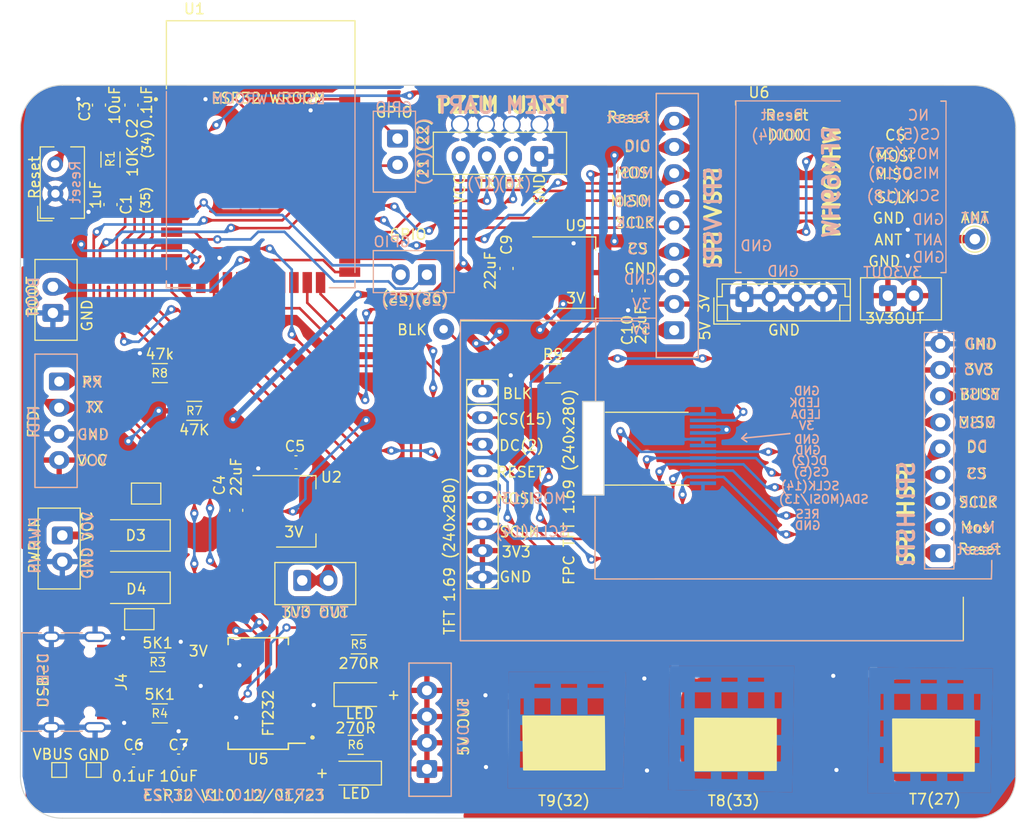
<source format=kicad_pcb>
(kicad_pcb (version 20241229) (generator "pcbnew") (generator_version "9.0")
  (layers (0 "F.Cu" signal) (2 "B.Cu" signal) (13 "F.Paste" user) (15 "B.Paste" user) (5 "F.SilkS" user "F.Silkscreen") (7 "B.SilkS" user "B.Silkscreen") (1 "F.Mask" user) (3 "B.Mask" user) (25 "Edge.Cuts" user))
  (net 0 "")
  (net 1 "GND")
  (net 2 "+3V3")
  (net 3 "D+")
  (net 4 "D-")
  (net 5 "RX")
  (net 6 "TX")
  (net 7 "CS")
  (net 8 "SCLK")
  (net 9 "MISO")
  (net 10 "MOSI")
  (net 11 "unconnected-(U1-Pad6)")
  (net 12 "unconnected-(U1-Pad7)")
  (net 13 "Net-(D1-K)")
  (net 14 "Net-(D2-K)")
  (net 15 "Net-(D3-A)")
  (net 16 "Net-(J4-CC1)")
  (net 18 "Net-(J4-CC2)")
  (net 19 "IO0")
  (net 20 "TOUCH_1")
  (net 21 "TOUCH_2")
  (net 22 "TOUCH_3")
  (net 23 "PZEM_RX")
  (net 24 "PZEM_TX")
  (net 26 "CS-H")
  (net 27 "SCLK-H")
  (net 28 "MISO-H")
  (net 29 "MOSI-H")
  (net 34 "Net-(J5-Pin_1)")
  (net 35 "Net-(J7-Pin_1)")
  (net 36 "VBUS")
  (net 37 "Net-(J12-Pin_1)")
  (net 38 "Net-(J12-Pin_2)")
  (net 39 "Net-(J13-Pin_2)")
  (net 40 "Net-(J13-Pin_1)")
  (net 41 "Net-(U5-CBUS0)")
  (net 42 "Net-(U5-CBUS1)")
  (net 43 "Net-(U8-LEDK)")
  (net 47 "DIO0")
  (net 48 "unconnected-(U1-IO35-Pad7)")
  (net 52 "unconnected-(U1-IO34-Pad6)")
  (net 53 "DC")
  (net 54 "USB_3V3")
  (net 55 "VCC")
  (net 56 "3V_TFT")
  (net 57 "VBAT_ADC")
  (net 58 "BUSY")
  (net 64 "U_RESET")
  (footprint "Capacitor_SMD:C_0504_1310Metric_Pad0.83x1.28mm_HandSolder" (layer "F.Cu") (at 131.4 104.5 90)
    (property "Reference" "C9")
    (property "Value" "22uF")
  )
  (footprint "Connector_JST:JST_EH_B9B-EH-A_1x09_P2.50mm_Vertical" (layer "F.Cu") (at 147.4 110.4 90)
    (property "Reference" "J2" (hide yes))
    (property "Value" "SPI VSPI" (hide yes))
  )
  (footprint "Jumper:SolderJumper-2_P1.3mm_Bridged_Pad1.0x1.5mm" (layer "F.Cu") (at 97 126)
    (property "Reference" "JP1" (hide yes))
    (property "Value" "SolderJumper_2_Bridged" (hide yes))
  )
  (footprint "Connector_Pin:Pin_D1.0mm_L10.0mm" (layer "F.Cu") (at 176.1 101.7)
    (property "Reference" "J5" (hide yes))
    (property "Value" "ANT")
  )
  (footprint "ESP32-WROOM-32D:MODULE_ESP32-WROOM-32D" (layer "F.Cu") (at 107.9339 93.595)
    (property "Reference" "U1")
    (property "Value" "ESP32-WROOM-32D")
  )
  (footprint "Connector_JST:JST_EH_B2B-EH-A_1x02_P2.50mm_Vertical" (layer "F.Cu") (at 121 92.1 -90)
    (property "Reference" "J13" (hide yes))
    (property "Value" "GPIO")
  )
  (footprint "Diode_SMD:D_MELF" (layer "F.Cu") (at 96 130 180)
    (property "Reference" "D3")
    (property "Value" "D_Schottky")
  )
  (footprint "Resistor_SMD:R_1206_3216Metric_Pad1.30x1.75mm_HandSolder" (layer "F.Cu") (at 98.3 147 180)
    (property "Reference" "R4" (hide yes))
    (property "Value" "5K1")
  )
  (footprint "Connector_JST:JST_EH_B4B-EH-A_1x04_P2.50mm_Vertical" (layer "F.Cu") (at 88.7 115.3 -90)
    (property "Reference" "J1" (hide yes))
    (property "Value" "FTDI")
  )
  (footprint "RF_Module:HOPERF_RFM69HW" (layer "F.Cu") (at 163.3 96.7)
    (property "Reference" "U6")
    (property "Value" "RFM69HW")
  )
  (footprint "TestPoint:TestPoint_Pad_D4.0mm" (layer "F.Cu") (at 153 148.5)
    (property "Reference" "T3" (hide yes))
    (property "Value" "Touch Sensor" (hide yes))
  )
  (footprint "" (layer "F.Cu") (at 126.9492 90.7288)
    (property "Reference" "")
    (property "Value" "")
  )
  (footprint "" (layer "F.Cu") (at 88.3158 94.5388)
    (property "Reference" "")
    (property "Value" "")
  )
  (footprint "" (layer "F.Cu") (at 129.4384 90.7288)
    (property "Reference" "")
    (property "Value" "")
  )
  (footprint "" (layer "F.Cu") (at 97 94.7)
    (property "Reference" "")
    (property "Value" "")
  )
  (footprint "Connector_JST:JST_EH_B4B-EH-A_1x04_P2.50mm_Vertical" (layer "F.Cu") (at 154.1 107.2)
    (property "Reference" "J9" (hide yes))
    (property "Value" "GND_OUT" (hide yes))
  )
  (footprint "Capacitor_SMD:C_0504_1310Metric_Pad0.83x1.28mm_HandSolder" (layer "F.Cu") (at 92.5 88.9 90)
    (property "Reference" "C3")
    (property "Value" "10uF")
  )
  (footprint "Resistor_SMD:R_1206_3216Metric_Pad1.30x1.75mm_HandSolder" (layer "F.Cu") (at 117.3 140.4)
    (property "Reference" "R5" (hide yes))
    (property "Value" "270R")
  )
  (footprint "Resistor_SMD:R_1206_3216Metric_Pad1.30x1.75mm_HandSolder" (layer "F.Cu") (at 98.1 142.1 180)
    (property "Reference" "R3" (hide yes))
    (property "Value" "5K1")
  )
  (footprint "" (layer "F.Cu") (at 88.3412 97.3582)
    (property "Reference" "")
    (property "Value" "")
  )
  (footprint "Capacitor_SMD:C_0504_1310Metric_Pad0.83x1.28mm_HandSolder" (layer "F.Cu") (at 93.6 98.4 -90)
    (property "Reference" "C1")
    (property "Value" "1uF")
  )
  (footprint "Resistor_SMD:R_1206_3216Metric_Pad1.30x1.75mm_HandSolder" (layer "F.Cu") (at 135.8392 114.5286)
    (property "Reference" "R9")
    (property "Value" "?")
  )
  (footprint "TestPoint:TestPoint_Pad_1.0x1.0mm" (layer "F.Cu") (at 88.7 152.4)
    (property "Reference" "VBUS")
    (property "Value" "TestPoint_Pad_1.0x1.0mm" (hide yes))
  )
  (footprint "" (layer "F.Cu") (at 102.362 142.2146)
    (property "Reference" "")
    (property "Value" "")
  )
  (footprint "Capacitor_SMD:C_0504_1310Metric_Pad0.83x1.28mm_HandSolder" (layer "F.Cu") (at 111.3028 123.0122 180)
    (property "Reference" "C5")
    (property "Value" "22uF")
  )
  (footprint "Connector_JST:JST_EH_B2B-EH-A_1x02_P2.50mm_Vertical" (layer "F.Cu") (at 123.8 105.1 180)
    (property "Reference" "J12" (hide yes))
    (property "Value" "GPIO")
  )
  (footprint "Connector_JST:JST_EH_B4B-EH-A_1x04_P2.50mm_Vertical" (layer "F.Cu") (at 123.8 152.3 90)
    (property "Reference" "J8" (hide yes))
    (property "Value" "PWR_OUT" (hide yes))
  )
  (footprint "" (layer "F.Cu") (at 134.5438 90.7542)
    (property "Reference" "")
    (property "Value" "")
  )
  (footprint "Capacitor_SMD:C_0504_1310Metric_Pad0.83x1.28mm_HandSolder" (layer "F.Cu") (at 100.1 151.5)
    (property "Reference" "C7")
    (property "Value" "10uF")
  )
  (footprint "Capacitor_SMD:C_0504_1310Metric_Pad0.83x1.28mm_HandSolder" (layer "F.Cu") (at 95.8 151.5)
    (property "Reference" "C6")
    (property "Value" "0.1uF")
  )
  (footprint "Diode_SMD:D_MELF" (layer "F.Cu") (at 96 135 180)
    (property "Reference" "D4" (hide yes))
    (property "Value" "D_Schottky")
  )
  (footprint "Package_TO_SOT_SMD:SOT-223-3_TabPin2" (layer "F.Cu") (at 111.3 127.7)
    (property "Reference" "U2")
    (property "Value" "AMS1117-3.3" (hide yes))
  )
  (footprint "Connector_JST:JST_EH_B4B-EH-A_1x04_P2.50mm_Vertical" (layer "F.Cu") (at 134.523034 93.798955 180)
    (property "Reference" "U4" (hide yes))
    (property "Value" "UART" (hide yes))
  )
  (footprint "LED_SMD:LED_1206_3216Metric_Pad1.42x1.75mm_HandSolder" (layer "F.Cu") (at 117.4 145.2)
    (property "Reference" "D1" (hide yes))
    (property "Value" "LED")
  )
  (footprint "Connector_JST:JST_EH_B9B-EH-A_1x09_P2.50mm_Vertical" (layer "F.Cu") (at 172.8 131.7 90)
    (property "Reference" "J3" (hide yes))
    (property "Value" "SPI HSPI")
  )
  (footprint "Connector_JST:JST_EH_B2B-EH-A_1x02_P2.50mm_Vertical" (layer "F.Cu") (at 167.8 107.1)
    (property "Reference" "J10" (hide yes))
    (property "Value" "3V3_OUT" (hide yes))
  )
  (footprint "" (layer "F.Cu") (at 131.9022 90.7542)
    (property "Reference" "")
    (property "Value" "")
  )
  (footprint "TestPoint:TestPoint_Plated_Hole_D2.0mm" (layer "F.Cu") (at 125.4 110.3)
    (property "Reference" "J7" (hide yes))
    (property "Value" "BLK")
  )
  (footprint "Resistor_SMD:R_1206_3216Metric_Pad1.30x1.75mm_HandSolder" (layer "F.Cu") (at 98.3 114.5 180)
    (property "Reference" "R8" (hide yes))
    (property "Value" "47k")
  )
  (footprint "Connector_JST:JST_EH_B2B-EH-A_1x02_P2.50mm_Vertical" (layer "F.Cu") (at 88.1 108.75 90)
    (property "Reference" "SW2" (hide yes))
    (property "Value" "BOOT")
  )
  (footprint "Capacitor_SMD:C_0504_1310Metric_Pad0.83x1.28mm_HandSolder" (layer "F.Cu") (at 105.6 127.6 90)
    (property "Reference" "C4")
    (property "Value" "22uF")
  )
  (footprint "Jumper:SolderJumper-2_P1.3mm_Bridged_Pad1.0x1.5mm" (layer "F.Cu") (at 96.35 138)
    (property "Reference" "JP2" (hide yes))
    (property "Value" "SolderJumper_2_Bridged" (hide yes))
  )
  (footprint "Package_SO:SSOP-28_5.3x10.2mm_P0.65mm" (layer "F.Cu") (at 107.7 145.1 180)
    (property "Reference" "U5")
    (property "Value" "FT232RL")
  )
  (footprint "TestPoint:TestPoint_Pad_D4.0mm" (layer "F.Cu") (at 171.9 148.6)
    (property "Reference" "T1" (hide yes))
    (property "Value" "Touch Sensor" (hide yes))
  )
  (footprint "Resistor_SMD:R_1206_3216Metric_Pad1.30x1.75mm_HandSolder" (layer "F.Cu") (at 101.6 118.1)
    (property "Reference" "R7" (hide yes))
    (property "Value" "47K")
  )
  (footprint "Capacitor_SMD:C_0504_1310Metric_Pad0.83x1.28mm_HandSolder" (layer "F.Cu") (at 95.6 88.9 90)
    (property "Reference" "C2")
    (property "Value" "0.1uF")
  )
  (footprint "TFT_1_69_240x280:TFT-LED_1_69_240x280" (layer "F.Cu") (at 128.5 125.1)
    (property "Reference" "U7" (hide yes))
    (property "Value" "TFT-LED_1_69_240x280")
  )
  (footprint "Resistor_SMD:R_1206_3216Metric_Pad1.30x1.75mm_HandSolder" (layer "F.Cu") (at 93.6 94.1 -90)
    (property "Reference" "R1" (hide yes))
    (property "Value" "10K")
  )
  (footprint "Connector_JST:JST_EH_B2B-EH-A_1x02_P2.50mm_Vertical" (layer "F.Cu") (at 111.9 134.3)
    (property "Reference" "J11" (hide yes))
    (property "Value" "3V3_OUT" (hide yes))
  )
  (footprint "" (layer "F.Cu") (at 97 96)
    (property "Reference" "")
    (property "Value" "")
  )
  (footprint "LED_SMD:LED_1206_3216Metric_Pad1.42x1.75mm_HandSolder" (layer "F.Cu") (at 117 152.7 180)
    (property "Reference" "D2" (hide yes))
    (property "Value" "LED")
  )
  (footprint "TestPoint:TestPoint_Pad_1.0x1.0mm" (layer "F.Cu") (at 92 152.4)
    (property "Reference" "GND")
    (property "Value" "TestPoint_Pad_1.0x1.0mm" (hide yes))
  )
  (footprint "TestPoint:TestPoint_Pad_D4.0mm" (layer "F.Cu") (at 137 148.6)
    (property "Reference" "T2" (hide yes))
    (property "Value" "Touch Sensor")
  )
  (footprint "Package_TO_SOT_SMD:SOT-223-3_TabPin2" (layer "F.Cu") (at 138 104.9)
    (property "Reference" "U9")
    (property "Value" "AMS1117-3.3")
  )
  (footprint "Capacitor_SMD:C_0504_1310Metric_Pad0.83x1.28mm_HandSolder" (layer "F.Cu") (at 144 106.6275 -90)
    (property "Reference" "C10")
    (property "Value" "22uF")
  )
  (footprint "Button_Switch_SMD:SW_DIP_SPSTx01_Slide_6.7x4.1mm_W8.61mm_P2.54mm_LowProfile" (layer "F.Cu") (at 89 96.3 90)
    (property "Reference" "B1" (hide yes))
    (property "Value" "RESET")
  )
  (footprint "TFT_1_69_240x280:FPC_TFT_1_69_240x280" (layer "F.Cu") (at 150.15027 112.21013)
    (property "Reference" "U8" (hide yes))
    (property "Value" "FPC_TFT_LED_1_69_240x280")
    (fp_line (start -11.492946 4.994688) (end -11.492946 13.923817) (stroke (width 0.12)) (layer "Edge.Cuts"))
    (fp_line (start -11.492946 4.994688) (end -9.454107 4.994688) (stroke (width 0.12)) (layer "Edge.Cuts"))
    (fp_line (start -11.492946 13.923817) (end -9.454107 13.923817) (stroke (width 0.12)) (layer "Edge.Cuts"))
    (fp_line (start -9.454107 4.994688) (end -9.454107 13.923817) (stroke (width 0.12)) (layer "Edge.Cuts"))
  )
  (footprint "Connector_USB:USB_C_Receptacle_HRO_TYPE-C-31-M-12" (layer "F.Cu") (at 89 144 -90)
    (property "Reference" "J4")
    (property "Value" "USB_C_Receptacle_USB2.0")
  )
  (footprint "Resistor_SMD:R_1206_3216Metric_Pad1.30x1.75mm_HandSolder" (layer "F.Cu") (at 117 150)
    (property "Reference" "R6" (hide yes))
    (property "Value" "270R")
  )
  (footprint "Connector_JST:JST_EH_B2B-EH-A_1x02_P2.50mm_Vertical" (layer "F.Cu") (at 89 130 -90)
    (property "Reference" "J6" (hide yes))
    (property "Value" "VCC PWR")
  )
  (gr_poly (pts (xy 112.9792 149.1996) (xy 113.03 149.3266) (xy 112.9284 149.4282) (xy 112.776 149.4028) (xy 112.7252 149.2758) (xy 112.8268 149.1488)) (stroke (width 0.15)) (fill yes) (layer "F.SilkS"))
  (gr_poly (pts (xy 157.1244 147.4978) (xy 157.1244 152.4254) (xy 149.3774 152.4508) (xy 149.3774 147.4724)) (stroke (width 0.15)) (fill yes) (layer "F.SilkS"))
  (gr_poly (pts (xy 176.022 147.574) (xy 176.022 152.5016) (xy 168.3004 152.5016) (xy 168.275 147.5486)) (stroke (width 0.15)) (fill yes) (layer "F.SilkS"))
  (gr_poly (pts (xy 140.716 147.2946) (xy 140.7668 152.3746) (xy 133.0452 152.3746) (xy 132.969 147.2692)) (stroke (width 0.15)) (fill yes) (layer "F.SilkS"))
  (gr_line (start 158.4452 120.269) (end 153.8478 120.7262) (stroke (width 0.15)) (layer "B.SilkS"))
  (gr_line (start 153.8478 120.7262) (end 154.3304 121.0564) (stroke (width 0.15)) (layer "B.SilkS"))
  (gr_line (start 153.8478 120.7262) (end 154.305 120.269) (stroke (width 0.15)) (layer "B.SilkS"))
  (gr_arc (start 175.996512 87.020712) (mid 178.824939 88.192285) (end 179.996512 91.020712) (stroke (width 0.1)) (layer "Edge.Cuts"))
  (gr_line (start 85 91) (end 84.999169 153.005993) (stroke (width 0.1)) (layer "Edge.Cuts"))
  (gr_line (start 176.00564 157.021034) (end 88.999169 157.005993) (stroke (width 0.1)) (layer "Edge.Cuts"))
  (gr_arc (start 85 91) (mid 86.171573 88.171573) (end 89 87) (stroke (width 0.1)) (layer "Edge.Cuts"))
  (gr_arc (start 88.999169 157.005993) (mid 86.170742 155.83442) (end 84.999169 153.005993) (stroke (width 0.1)) (layer "Edge.Cuts"))
  (gr_line (start 89 87) (end 175.996512 87.020712) (stroke (width 0.1)) (layer "Edge.Cuts"))
  (gr_arc (start 180.00564 153.021034) (mid 178.834067 155.849461) (end 176.00564 157.021034) (stroke (width 0.1)) (layer "Edge.Cuts"))
  (gr_line (start 179.996512 91.020712) (end 180.00564 153.021034) (stroke (width 0.1)) (layer "Edge.Cuts"))
  (gr_text "(34)" (at 97.0534 92.71 90) (layer "F.SilkS") (effects (font (size 0.8 0.8))))
  (gr_text "+" (at 120.5484 145.2626 90) (layer "F.SilkS") (effects (font (size 1 1))))
  (gr_text "(25)" (at 121.0818 107.2642 0) (layer "F.SilkS") (effects (font (size 1 1))))
  (gr_text "CS" (at 176.3014 124.1044 0) (layer "F.SilkS") (effects (font (size 1 1))))
  (gr_text "3V" (at 111.0996 129.667 0) (layer "F.SilkS") (effects (font (size 1 1))))
  (gr_text "MOSI" (at 132.2578 126.492 0) (layer "F.SilkS") (effects (font (size 1 1))))
  (gr_text "SPI HSPI" (at 169.545 127.9652 90) (layer "F.SilkS") (effects (font (size 1.5 1.5) (thickness 0.3))))
  (gr_text "PZEM UART" (at 130.9878 88.9 0) (layer "F.SilkS") (effects (font (size 1.5 1.5) (thickness 0.3))))
  (gr_text "(22)" (at 123.4186 91.7956 90) (layer "F.SilkS") (effects (font (size 1 1))))
  (gr_text "Reset" (at 176.53 131.2926 0) (layer "F.SilkS") (effects (font (size 1 1))))
  (gr_text "MOSI" (at 143.637 95.377 0) (layer "F.SilkS") (effects (font (size 1 1))))
  (gr_text "GPIO" (at 121.9962 101.2444 0) (layer "F.SilkS") (effects (font (size 1 1))))
  (gr_text "TX" (at 129.4892 96.3168 0) (layer "F.SilkS") (effects (font (size 1 1))))
  (gr_text "Reset" (at 158.1658 89.8652 0) (layer "F.SilkS") (effects (font (size 1 1))))
  (gr_text "CS" (at 168.5036 91.7702 0) (layer "F.SilkS") (effects (font (size 1 1))))
  (gr_text "GND" (at 132.2578 133.9596 0) (layer "F.SilkS") (effects (font (size 1 1))))
  (gr_text "GND" (at 134.5438 96.9518 90) (layer "F.SilkS") (effects (font (size 1 1))))
  (gr_text "BLK" (at 122.3772 110.363 0) (layer "F.SilkS") (effects (font (size 1 1))))
  (gr_text "GPIO" (at 120.6754 89.5858 0) (layer "F.SilkS") (effects (font (size 1 1))))
  (gr_text "GND" (at 91.3638 108.9914 90) (layer "F.SilkS") (effects (font (size 1 1))))
  (gr_text "5V OUT" (at 127.3048 148.336 90) (layer "F.SilkS") (effects (font (size 1 1))))
  (gr_text "T7(27)" (at 172.2882 155.194 0) (layer "F.SilkS") (effects (font (size 1 1))))
  (gr_text "BOOT" (at 86.106 107.188 90) (layer "F.SilkS") (effects (font (size 1 1))))
  (gr_text "CS(15)" (at 133.1976 118.8974 0) (layer "F.SilkS") (effects (font (size 1 1))))
  (gr_text "MOSI" (at 168.4528 93.7768 0) (layer "F.SilkS") (effects (font (size 1 1))))
  (gr_text "GND" (at 91.3638 132.6388 90) (layer "F.SilkS") (effects (font (size 1 1))))
  (gr_text "SCLK" (at 176.4284 126.8476 0) (layer "F.SilkS") (effects (font (size 1 1))))
  (gr_text "3V3OUT" (at 168.4528 109.2708 0) (layer "F.SilkS") (effects (font (size 1 1))))
  (gr_text "ESP32 V1.0 12/01/23" (at 105.3846 154.8384 0) (layer "F.SilkS") (effects (font (size 1 1))))
  (gr_text "3V" (at 137.9982 107.3404 0) (layer "F.SilkS") (effects (font (size 1 1))))
  (gr_text "T8(33)" (at 153.0858 155.3464 0) (layer "F.SilkS") (effects (font (size 1 1))))
  (gr_text "CS" (at 143.9418 102.6414 0) (layer "F.SilkS") (effects (font (size 1 1))))
  (gr_text "BUSY" (at 176.5808 116.5352 0) (layer "F.SilkS") (effects (font (size 1 1))))
  (gr_text "Reset" (at 86.3346 95.8088 90) (layer "F.SilkS") (effects (font (size 1 1))))
  (gr_text "Reset" (at 143.0274 90.043 0) (layer "F.SilkS") (effects (font (size 1 1))))
  (gr_text "GND" (at 91.9226 120.3706 0) (layer "F.SilkS") (effects (font (size 1 1))))
  (gr_text "3V3 OUT" (at 113.1316 137.3632 0) (layer "F.SilkS") (effects (font (size 1 1))))
  (gr_text "MISO" (at 176.3014 119.2022 0) (layer "F.SilkS") (effects (font (size 1 1))))
  (gr_text "FTDI" (at 86.233 119.126 90) (layer "F.SilkS") (effects (font (size 1 1))))
  (gr_text "VCC" (at 91.3638 129.1082 90) (layer "F.SilkS") (effects (font (size 1 1))))
  (gr_text "(21)" (at 123.444 94.9452 90) (layer "F.SilkS") (effects (font (size 1 1))))
  (gr_text "DIO" (at 143.891 92.8624 0) (layer "F.SilkS") (effects (font (size 1 1))))
  (gr_text "ANT" (at 167.8432 101.7778 0) (layer "F.SilkS") (effects (font (size 1 1))))
  (gr_text "GND" (at 176.6824 111.7346 0) (layer "F.SilkS") (effects (font (size 1 1))))
  (gr_text "5V" (at 150.3426 110.4646 90) (layer "F.SilkS") (effects (font (size 1 1))))
  (gr_text "SCLK" (at 143.6878 100.1522 0) (layer "F.SilkS") (effects (font (size 1 1))))
  (gr_text "TFT 1.69 (240x280)" (at 125.9586 131.953 90) (layer "F.SilkS") (effects (font (size 1 1))))
  (gr_text "3V3" (at 176.5046 114.173 0) (layer "F.SilkS") (effects (font (size 1 1))))
  (gr_text "GND" (at 157.8864 110.3884 0) (layer "F.SilkS") (effects (font (size 1 1))))
  (gr_text "RFM69HW" (at 162.4838 96.2406 90) (layer "F.SilkS") (effects (font (size 1.5 1.5) (thickness 0.3))))
  (gr_text "3V" (at 101.981 141.0462 0) (layer "F.SilkS") (effects (font (size 1 1))))
  (gr_text "SCLK" (at 132.6134 129.667 0) (layer "F.SilkS") (effects (font (size 1 1))))
  (gr_text "FPC TFT 1.69 (240x280)" (at 137.3632 125.3744 90) (layer "F.SilkS") (effects (font (size 1 1))))
  (gr_text "(26)" (at 124.2568 107.315 0) (layer "F.SilkS") (effects (font (size 1 1))))
  (gr_text "ESP32 WROOM" (at 108.6612 88.2396 0) (layer "F.SilkS") (effects (font (size 1 1))))
  (gr_text "(35)" (at 96.9518 97.9932 90) (layer "F.SilkS") (effects (font (size 0.8 0.8))))
  (gr_text "DC(2)" (at 132.842 121.412 0) (layer "F.SilkS") (effects (font (size 1 1))))
  (gr_text "FT232" (at 108.6612 146.9644 90) (layer "F.SilkS") (effects (font (size 1 1))))
  (gr_text "MISO" (at 168.402 95.504 0) (layer "F.SilkS") (effects (font (size 1 1))))
  (gr_text "RESET" (at 132.7404 123.952 0) (layer "F.SilkS") (effects (font (size 1 1))))
  (gr_text "BLK" (at 132.4356 116.459 0) (layer "F.SilkS") (effects (font (size 1 1))))
  (gr_text "3V3" (at 132.334 131.572 0) (layer "F.SilkS") (effects (font (size 1 1))))
  (gr_text "MISO" (at 143.129 98.044 0) (layer "F.SilkS") (effects (font (size 1 1))))
  (gr_text "PWR IN" (at 86.3346 130.937 90) (layer "F.SilkS") (effects (font (size 1 1))))
  (gr_text "DIO0" (at 158.0388 91.7702 0) (layer "F.SilkS") (effects (font (size 1 1))))
  (gr_text "RX" (at 132.1054 96.3676 0) (layer "F.SilkS") (effects (font (size 1 1))))
  (gr_text "GND" (at 167.4622 103.8352 0) (layer "F.SilkS") (effects (font (size 1 1))))
  (gr_text "GND" (at 144.145 104.521 0) (layer "F.SilkS") (effects (font (size 1 1))))
  (gr_text "SCLK" (at 168.5798 97.7392 0) (layer "F.SilkS") (effects (font (size 1 1))))
  (gr_text "T9(32)" (at 136.8806 155.3464 0) (layer "F.SilkS") (effects (font (size 1 1))))
  (gr_text "USB-C" (at 87.1728 143.8402 90) (layer "F.SilkS") (effects (font (size 1 1))))
  (gr_text "TX" (at 92.0496 117.7798 0) (layer "F.SilkS") (effects (font (size 1 1))))
  (gr_text "DC" (at 176.3014 121.5898 0) (layer "F.SilkS") (effects (font (size 1 1))))
  (gr_text "RX" (at 91.8464 115.3668 0) (layer "F.SilkS") (effects (font (size 1 1))))
  (gr_text "SPI VSPI" (at 151.13 99.6696 90) (layer "F.SilkS") (effects (font (size 1.5 1.5) (thickness 0.3))))
  (gr_text "3V" (at 150.241 107.823 90) (layer "F.SilkS") (effects (font (size 1 1))))
  (gr_text "Mosi" (at 176.3776 129.2098 0) (layer "F.SilkS") (effects (font (size 1 1))))
  (gr_text "VCC" (at 126.9238 96.9518 90) (layer "F.SilkS") (effects (font (size 1 1))))
  (gr_text "+" (at 113.7158 152.7302 90) (layer "F.SilkS") (effects (font (size 1 1))))
  (gr_text "VCC" (at 91.8464 122.8344 0) (layer "F.SilkS") (effects (font (size 1 1))))
  (gr_text "GND" (at 167.8686 99.695 0) (layer "F.SilkS") (effects (font (size 1 1))))
  (gr_text "RES" (at 160.147 127.9652 0) (layer "B.SilkS") (effects (font (size 0.8 0.8)) (justify mirror)))
  (gr_text "Reset" (at 176.4538 131.3434 0) (layer "B.SilkS") (effects (font (size 1 1)) (justify mirror)))
  (gr_text "GND" (at 171.6532 99.822 0) (layer "B.SilkS") (effects (font (size 1 1)) (justify mirror)))
  (gr_text "(21)" (at 123.444 94.9706 90) (layer "B.SilkS") (effects (font (size 1 1)) (justify mirror)))
  (gr_text "GND" (at 160.147 129.0574 0) (layer "B.SilkS") (effects (font (size 0.8 0.8)) (justify mirror)))
  (gr_text "(26)" (at 124.2314 107.5436 0) (layer "B.SilkS") (effects (font (size 1 1)) (justify mirror)))
  (gr_text "CS" (at 143.891 102.616 0) (layer "B.SilkS") (effects (font (size 1 1)) (justify mirror)))
  (gr_text "BOOT" (at 86.2584 107.2388 90) (layer "B.SilkS") (effects (font (size 1 1)) (justify mirror)))
  (gr_text "SCLK(18)" (at 169.2656 97.5614 0) (layer "B.SilkS") (effects (font (size 1 1)) (justify mirror)))
  (gr_text "GND" (at 91.948 120.3706 0) (layer "B.SilkS") (effects (font (size 1 1)) (justify mirror)))
  (gr_text "DC(2)" (at 160.2994 122.8598 0) (layer "B.SilkS") (effects (font (size 0.8 0.8)) (justify mirror)))
  (gr_text "SDA(MOSI/13)" (at 161.671 126.5428 0) (layer "B.SilkS") (effects (font (size 0.8 0.8)) (justify mirror)))
  (gr_text "PZEM UART" (at 131.0132 88.9254 0) (layer "B.SilkS") (effects (font (size 1.5 1.5) (thickness 0.3)) (justify mirror)))
  (gr_text "GND" (at 171.704 103.4288 0) (layer "B.SilkS") (effects (font (size 1 1)) (justify mirror)))
  (gr_text "GND" (at 155.2448 102.3366 0) (layer "B.SilkS") (effects (font (size 1 1)) (justify mirror)))
  (gr_text "GPIO" (at 120.4722 101.9556 0) (layer "B.SilkS") (effects (font (size 1 1)) (justify mirror)))
  (gr_text "GND" (at 160.0708 120.8278 0) (layer "B.SilkS") (effects (font (size 0.8 0.8)) (justify mirror)))
  (gr_text "NC" (at 170.7134 89.8652 0) (layer "B.SilkS") (effects (font (size 1 1)) (justify mirror)))
  (gr_text "3V3OUT" (at 168.2496 104.8766 0) (layer "B.SilkS") (effects (font (size 1 1)) (justify mirror)))
  (gr_text "GND" (at 91.44 132.6388 90) (layer "B.SilkS") (effects (font (size 1 1)) (justify mirror)))
  (gr_text "LEDA" (at 159.9946 118.4402 0) (layer "B.SilkS") (effects (font (size 0.8 0.8)) (justify mirror)))
  (gr_text "MISO" (at 143.4592 98.1202 0) (layer "B.SilkS") (effects (font (size 1 1)) (justify mirror)))
  (gr_text "DIO0(4)" (at 157.6324 91.7702 0) (layer "B.SilkS") (effects (font (size 1 1)) (justify mirror)))
  (gr_text "MOSI(13)" (at 133.6548 126.4666 0) (layer "B.SilkS") (effects (font (size 1 1)) (justify mirror)))
  (gr_text "BUSY" (at 176.5808 116.5352 0) (layer "B.SilkS") (effects (font (size 1 1)) (justify mirror)))
  (gr_text "MISO(19)" (at 169.3164 95.4024 0) (layer "B.SilkS") (effects (font (size 1 1)) (justify mirror)))
  (gr_text "FTDI" (at 86.3092 119.1768 90) (layer "B.SilkS") (effects (font (size 1 1)) (justify mirror)))
  (gr_text "CS" (at 176.2252 124.1044 0) (layer "B.SilkS") (effects (font (size 1 1)) (justify mirror)))
  (gr_text "(25)" (at 121.0564 107.5436 0) (layer "B.SilkS") (effects (font (size 1 1)) (justify mirror)))
  (gr_text "SCLK" (at 143.6624 100.1014 0) (layer "B.SilkS") (effects (font (size 1 1)) (justify mirror)))
  (gr_text "5V OUT" (at 127.2794 148.209 90) (layer "B.SilkS") (effects (font (size 1 1)) (justify mirror)))
  (gr_text "ANT" (at 176.1236 99.7204 0) (layer "B.SilkS") (effects (font (size 1 1)) (justify mirror)))
  (gr_text "3V" (at 144.2974 107.8992 0) (layer "B.SilkS") (effects (font (size 1 1)) (justify mirror)))
  (gr_text "RFM69HW" (at 162.3822 96.2406 90) (layer "B.SilkS") (effects (font (size 1.5 1.5) (thickness 0.3)) (justify mirror)))
  (gr_text "GND" (at 160.0708 116.205 0) (layer "B.SilkS") (effects (font (size 0.8 0.8)) (justify mirror)))
  (gr_text "5V" (at 144.272 110.3122 0) (layer "B.SilkS") (effects (font (size 1 1)) (justify mirror)))
  (gr_text "3V3 OUT" (at 113.1062 137.3378 0) (layer "B.SilkS") (effects (font (size 1 1)) (justify mirror)))
  (gr_text "LEDK" (at 159.8676 117.3226 0) (layer "B.SilkS") (effects (font (size 0.8 0.8)) (justify mirror)))
  (gr_text "3V3" (at 176.4284 114.1222 0) (layer "B.SilkS") (effects (font (size 1 1)) (justify mirror)))
  (gr_text "(16)" (at 132.1816 96.3676 0) (layer "B.SilkS") (effects (font (size 1 1)) (justify mirror)))
  (gr_text "SCLK(14)" (at 133.8326 129.6416 0) (layer "B.SilkS") (effects (font (size 1 1)) (justify mirror)))
  (gr_text "DIO" (at 143.891 92.7862 0) (layer "B.SilkS") (effects (font (size 1 1)) (justify mirror)))
  (gr_text "SCLK" (at 176.4284 126.7968 0) (layer "B.SilkS") (effects (font (size 1 1)) (justify mirror)))
  (gr_text "Reset" (at 143.0274 90.1192 0) (layer "B.SilkS") (effects (font (size 1 1)) (justify mirror)))
  (gr_text "SPI HSPI" (at 169.5704 127.9398 90) (layer "B.SilkS") (effects (font (size 1.5 1.5) (thickness 0.3)) (justify mirror)))
  (gr_text "GND" (at 157.8102 104.775 0) (layer "B.SilkS") (effects (font (size 1 1)) (justify mirror)))
  (gr_text "TX" (at 92.075 117.7544 0) (layer "B.SilkS") (effects (font (size 1 1)) (justify mirror)))
  (gr_text "ANT" (at 171.6532 101.7778 0) (layer "B.SilkS") (effects (font (size 1 1)) (justify mirror)))
  (gr_text "GPIO" (at 120.65 89.1286 0) (layer "B.SilkS") (effects (font (size 1 1)) (justify mirror)))
  (gr_text "CS(5)" (at 170.688 91.694 0) (layer "B.SilkS") (effects (font (size 1 1)) (justify mirror)))
  (gr_text "MISO" (at 176.3268 119.253 0) (layer "B.SilkS") (effects (font (size 1 1)) (justify mirror)))
  (gr_text "DC" (at 176.3268 121.4628 0) (layer "B.SilkS") (effects (font (size 1 1)) (justify mirror)))
  (gr_text "VCC" (at 91.8718 122.8598 0) (layer "B.SilkS") (effects (font (size 1 1)) (justify mirror)))
  (gr_text "RX" (at 91.8464 115.3414 0) (layer "B.SilkS") (effects (font (size 1 1)) (justify mirror)))
  (gr_text "PWR IN" (at 86.4108 130.937 90) (layer "B.SilkS") (effects (font (size 1 1)) (justify mirror)))
  (gr_text "SPI VSPI" (at 151.13 99.6696 90) (layer "B.SilkS") (effects (font (size 1.5 1.5) (thickness 0.3)) (justify mirror)))
  (gr_text "GND" (at 176.5808 111.7092 0) (layer "B.SilkS") (effects (font (size 1 1)) (justify mirror)))
  (gr_text "ESP32 WROOM" (at 108.6866 88.2904 0) (layer "B.SilkS") (effects (font (size 1 1)) (justify mirror)))
  (gr_text "USB-C" (at 87.1728 143.8402 90) (layer "B.SilkS") (effects (font (size 1 1)) (justify mirror)))
  (gr_text "(17)" (at 129.2352 96.393 0) (layer "B.SilkS") (effects (font (size 1 1)) (justify mirror)))
  (gr_text "VCC" (at 91.4654 129.1844 90) (layer "B.SilkS") (effects (font (size 1 1)) (justify mirror)))
  (gr_text "GND" (at 144.115584 105.53273 0) (layer "B.SilkS") (effects (font (size 1 1)) (justify mirror)))
  (gr_text "MOSI(23)" (at 169.3164 93.5482 0) (layer "B.SilkS") (effects (font (size 1 1)) (justify mirror)))
  (gr_text "CS(5)" (at 160.5026 123.952 0) (layer "B.SilkS") (effects (font (size 0.8 0.8)) (justify mirror)))
  (gr_text "Reset" (at 157.734 89.8398 0) (layer "B.SilkS") (effects (font (size 1 1)) (justify mirror)))
  (gr_text "3V" (at 160.0454 119.507 0) (layer "B.SilkS") (effects (font (size 0.8 0.8)) (justify mirror)))
  (gr_text "SCLK(14)" (at 160.3756 125.2728 0) (layer "B.SilkS") (effects (font (size 0.8 0.8)) (justify mirror)))
  (gr_text "Mosi" (at 176.3776 129.286 0) (layer "B.SilkS") (effects (font (size 1 1)) (justify mirror)))
  (gr_text "MOSI" (at 143.5862 95.377 0) (layer "B.SilkS") (effects (font (size 1 1)) (justify mirror)))
  (gr_text "Reset" (at 90.2208 96.2406 90) (layer "B.SilkS") (effects (font (size 1 1)) (justify mirror)))
  (gr_text "(22)" (at 123.4948 91.7194 90) (layer "B.SilkS") (effects (font (size 1 1)) (justify mirror)))
  (gr_text "GND" (at 160.1724 121.8692 0) (layer "B.SilkS") (effects (font (size 0.8 0.8)) (justify mirror)))
  (gr_text "ESP32 V1.0 12/01/23" (at 105.3338 154.7876 0) (layer "B.SilkS") (effects (font (size 1 1)) (justify mirror)))
  (segment (start 106.9339 97.67) (end 108.7689 97.67) (width 0.25) (layer "F.Cu") (net 1))
  (segment (start 106.9339 95.835) (end 105.0989 95.835) (width 0.25) (layer "F.Cu") (net 1))
  (segment (start 93.6 99.0275) (end 91.5725 99.0275) (width 0.25) (layer "F.Cu") (net 1))
  (segment (start 108.15 125.4) (end 108.15 124.05) (width 0.25) (layer "F.Cu") (net 1))
  (segment (start 105.6 126.2) (end 106.4 125.4) (width 0.25) (layer "F.Cu") (net 1))
  (segment (start 89 99.9) (end 89.8 99.1) (width 0.25) (layer "F.Cu") (net 1))
  (segment (start 110.6725 123.3) (end 110.25 123.3) (width 0.25) (layer "F.Cu") (net 1))
  (segment (start 89.8 99.1) (end 91.5 99.1) (width 0.25) (layer "F.Cu") (net 1))
  (segment (start 170.8 99.7) (end 172.4 99.7) (width 0.25) (layer "F.Cu") (net 1))
  (segment (start 95.6625 88.335) (end 99.4339 88.335) (width 0.25) (layer "F.Cu") (net 1))
  (segment (start 99.65 140.8118) (end 99.65 142.1) (width 0.25) (layer "F.Cu") (net 1))
  (segment (start 134.2638 114.554) (end 131.953 114.554) (width 0.25) (layer "F.Cu") (net 1))
  (segment (start 108.15 124.05) (end 107.7 123.6) (width 0.25) (layer "F.Cu") (net 1))
  (segment (start 94.25 147.25) (end 94.9 147.9) (width 0.25) (layer "F.Cu") (net 1))
  (segment (start 100.7275 150.0275) (end 100.7 150) (width 0.25) (layer "F.Cu") (net 1))
  (segment (start 105.0989 95.835) (end 105.0989 97.67) (width 0.25) (layer "F.Cu") (net 1))
  (segment (start 99.85 147) (end 100.1 147.25) (width 0.25) (layer "F.Cu") (net 1))
  (segment (start 100.1 147.25) (end 100.1 148.7) (width 0.25) (layer "F.Cu") (net 1))
  (segment (start 104.1 147.375) (end 105.575 147.375) (width 0.25) (layer "F.Cu") (net 1))
  (segment (start 93.35 140.75) (end 94.3 139.8) (width 0.25) (layer "F.Cu") (net 1))
  (segment (start 100.7275 151.5) (end 100.7275 150.0275) (width 0.25) (layer "F.Cu") (net 1))
  (segment (start 92.5 88.2725) (end 95.6 88.2725) (width 0.25) (layer "F.Cu") (net 1))
  (segment (start 96.4275 151.5) (end 96.5 151.4275) (width 0.25) (layer "F.Cu") (net 1))
  (segment (start 95.6 88.2725) (end 95.6625 88.335) (width 0.25) (layer "F.Cu") (net 1))
  (segment (start 93.045 140.75) (end 93.35 140.75) (width 0.25) (layer "F.Cu") (net 1))
  (segment (start 94.3 139.8) (end 94.8 139.8) (width 0.25) (layer "F.Cu") (net 1))
  (segment (start 131.4 103.8725) (end 131.4 103.4) (width 0.25) (layer "F.Cu") (net 1))
  (segment (start 96.4275 152.9725) (end 96.4275 151.5) (width 0.25) (layer "F.Cu") (net 1))
  (segment (start 106.4 125.4) (end 108.15 125.4) (width 0.25) (layer "F.Cu") (net 1))
  (segment (start 102.2189 105.845) (end 102.2189 104.3811) (width 0.25) (layer "F.Cu") (net 1))
  (segment (start 113.665 88.335) (end 112.7 89.3) (width 0.25) (layer "F.Cu") (net 1))
  (segment (start 137.3 102.6) (end 137.8 102.1) (width 0.25) (layer "F.Cu") (net 1))
  (segment (start 131.953 114.554) (end 131.8006 114.7064) (width 0.25) (layer "F.Cu") (net 1))
  (segment (start 169.7 100.8) (end 170.8 99.7) (width 0.25) (layer "F.Cu") (net 1))
  (segment (start 103.1 103.5) (end 104 103.5) (width 0.25) (layer "F.Cu") (net 1))
  (segment (start 111.3 145.425) (end 112.625 145.425) (width 0.25) (layer "F.Cu") (net 1))
  (segment (start 102.2096 144.3736) (end 102.611 144.775) (width 0.25) (layer "F.Cu") (net 1))
  (segment (start 170.1 103.7) (end 169.7 103.3) (width 0.25) (layer "F.Cu") (net 1))
  (segment (start 105.0989 94) (end 106.9339 94) (width 0.25) (layer "F.Cu") (net 1))
  (segment (start 93 153.3) (end 96.1 153.3) (width 0.25) (layer "F.Cu") (net 1))
  (segment (start 105.475 142.825) (end 104.1 142.825) (width 0.25) (layer "F.Cu") (net 1))
  (segment (start 105.535 88.335) (end 106.9339 89.7339) (width 0.25) (layer "F.Cu") (net 1))
  (segment (start 96.75 112.95) (end 96.75 114.5) (width 0.25) (layer "F.Cu") (net 1))
  (segment (start 96.1 153.3) (end 96.4275 152.9725) (width 0.25) (layer "F.Cu") (net 1))
  (segment (start 100.3046 140.1572) (end 99.65 140.8118) (width 0.25) (layer "F.Cu") (net 1))
  (segment (start 106.9339 89.7339) (end 106.9339 94) (width 0.25) (layer "F.Cu") (net 1))
  (segment (start 102.611 144.775) (end 104.1 144.775) (width 0.25) (layer "F.Cu") (net 1))
  (segment (start 102.665 88.335) (end 105.535 88.335) (width 0.25) (layer "F.Cu") (net 1))
  (segment (start 116.4339 88.335) (end 113.665 88.335) (width 0.25) (layer "F.Cu") (net 1))
  (segment (start 89 100.605) (end 89 99.9) (width 0.25) (layer "F.Cu") (net 1))
  (segment (start 144 107.255) (end 144 107.5) (width 0.25) (layer "F.Cu") (net 1))
  (segment (start 99.4339 88.335) (end 102.665 88.335) (width 0.25) (layer "F.Cu") (net 1))
  (segment (start 108.7689 94) (end 108.7689 95.835) (width 0.25) (layer "F.Cu") (net 1))
  (segment (start 105.0989 97.67) (end 106.9339 97.67) (width 0.25) (layer "F.Cu") (net 1))
  (segment (start 108.7689 95.835) (end 106.9339 95.835) (width 0.25) (layer "F.Cu") (net 1))
  (segment (start 91.5725 99.0275) (end 91.5 99.1) (width 0.25) (layer "F.Cu") (net 1))
  (segment (start 134.2892 114.5286) (end 134.2638 114.554) (width 0.25) (layer "F.Cu") (net 1))
  (segment (start 105.9 142.4) (end 105.475 142.825) (width 0.25) (layer "F.Cu") (net 1))
  (segment (start 96.4 112.6) (end 96.75 112.95) (width 0.25) (layer "F.Cu") (net 1))
  (segment (start 102.2189 104.3811) (end 103.1 103.5) (width 0.25) (layer "F.Cu") (net 1))
  (segment (start 90.5689 88.2725) (end 90.5256 88.3158) (width 0.25) (layer "F.Cu") (net 1))
  (segment (start 106.9339 94) (end 108.7689 94) (width 0.25) (layer "F.Cu") (net 1))
  (segment (start 113 145.8) (end 113 146.2) (width 0.25) (layer "F.Cu") (net 1))
  (segment (start 112.625 145.425) (end 113 145.8) (width 0.25) (layer "F.Cu") (net 1))
  (segment (start 104.1 148.025) (end 105.575 148.025) (width 0.25) (layer "F.Cu") (net 1))
  (segment (start 112.7 89.3) (end 112.7 89.4) (width 0.25) (layer "F.Cu") (net 1))
  (segment (start 144 107.5) (end 143 108.5) (width 0.25) (layer "F.Cu") (net 1))
  (segment (start 92.5 88.2725) (end 90.5689 88.2725) (width 0.25) (layer "F.Cu") (net 1))
  (segment (start 96.5 151.4275) (end 96.5 149.9) (width 0.25) (layer "F.Cu") (net 1))
  (segment (start 110.25 123.3) (end 108.15 125.4) (width 0.25) (layer "F.Cu") (net 1))
  (segment (start 105.575 147.375) (end 105.6 147.4) (width 0.25) (layer "F.Cu") (net 1))
  (segment (start 93.045 147.25) (end 94.25 147.25) (width 0.25) (layer "F.Cu") (net 1))
  (segment (start 169.7 103.3) (end 169.7 100.8) (width 0.25) (layer "F.Cu") (net 1))
  (segment (start 92 152.3) (end 93 153.3) (width 0.25) (layer "F.Cu") (net 1))
  (segment (start 172.4 103.7) (end 170.1 103.7) (width 0.25) (layer "F.Cu") (net 1))
  (segment (start 105.6 126.9725) (end 105.6 126.2) (width 0.25) (layer "F.Cu") (net 1))
  (segment (start 105.6 148) (end 105.6 147.4) (width 0.25) (layer "F.Cu") (net 1))
  (segment (start 105.575 148.025) (end 105.6 148) (width 0.25) (layer "F.Cu") (net 1))
  (segment (start 134.85 102.6) (end 137.3 102.6) (width 0.25) (layer "F.Cu") (net 1))
  (segment (start 131.4 103.4) (end 132.2 102.6) (width 0.25) (layer "F.Cu") (net 1))
  (segment (start 132.2 102.6) (end 134.85 102.6) (width 0.25) (layer "F.Cu") (net 1))
  (via (at 102.665 88.335) (size 0.8) (drill 0.4) (layers "F.Cu" "B.Cu") (net 1))
  (via (at 91.5 99.1) (size 0.8) (drill 0.4) (layers "F.Cu" "B.Cu") (net 1))
  (via (at 105.6 147.4) (size 0.8) (drill 0.4) (layers "F.Cu" "B.Cu") (net 1))
  (via (at 162.8902 152.4) (size 0.8) (drill 0.4) (layers "F.Cu" "B.Cu") (net 1))
  (via (at 94.9 147.9) (size 0.8) (drill 0.4) (layers "F.Cu" "B.Cu") (net 1))
  (via (at 105.9 142.4) (size 0.8) (drill 0.4) (layers "F.Cu" "B.Cu") (net 1))
  (via (at 113 146.2) (size 0.8) (drill 0.4) (layers "F.Cu" "B.Cu") (net 1))
  (via (at 129.4384 152.1206) (size 0.8) (drill 0.4) (layers "F.Cu" "B.Cu") (net 1))
  (via (at 129.3876 145.2626) (size 0.8) (drill 0.4) (layers "F.Cu" "B.Cu") (net 1))
  (via (at 100.3046 140.1572) (size 0.8) (drill 0.4) (layers "F.Cu" "B.Cu") (net 1))
  (via (at 162.5854 143.4084) (size 0.8) (drill 0.4) (layers "F.Cu" "B.Cu") (net 1))
  (via (at 96.4 112.6) (size 0.8) (drill 0.4) (layers "F.Cu" "B.Cu") (net 1))
  (via (at 90.5256 88.3158) (size 0.8) (drill 0.4) (layers "F.Cu" "B.Cu") (net 1))
  (via (at 144.5514 143.6624) (size 0.8) (drill 0.4) (layers "F.Cu" "B.Cu") (net 1))
  (via (at 131.8006 114.7064) (size 0.8) (drill 0.4) (layers "F.Cu" "B.Cu") (net 1))
  (via (at 169.7 100.8) (size 0.8) (drill 0.4) (layers "F.Cu" "B.Cu") (net 1))
  (via (at 137.8 102.1) (size 0.8) (drill 0.4) (layers "F.Cu" "B.Cu") (net 1))
  (via (at 102.2096 144.3736) (size 0.8) (drill 0.4) (layers "F.Cu" "B.Cu") (net 1))
  (via (at 100.1 148.7) (size 0.8) (drill 0.4) (layers "F.Cu" "B.Cu") (net 1))
  (via (at 100.7 150) (size 0.8) (drill 0.4) (layers "F.Cu" "B.Cu") (net 1))
  (via (at 169.7 103.3) (size 0.8) (drill 0.4) (layers "F.Cu" "B.Cu") (net 1))
  (via (at 94.8 139.8) (size 0.8) (drill 0.4) (layers "F.Cu" "B.Cu") (net 1))
  (via (at 143 108.5) (size 0.8) (drill 0.4) (layers "F.Cu" "B.Cu") (net 1))
  (via (at 144.8054 152.4508) (size 0.8) (drill 0.4) (layers "F.Cu" "B.Cu") (net 1))
  (via (at 104 103.5) (size 0.8) (drill 0.4) (layers "F.Cu" "B.Cu") (net 1))
  (via (at 107.7 123.6) (size 0.8) (drill 0.4) (layers "F.Cu" "B.Cu") (net 1))
  (via (at 96.5 149.9) (size 0.8) (drill 0.4) (layers "F.Cu" "B.Cu") (net 1))
  (via (at 112.7 89.4) (size 0.8) (drill 0.4) (layers "F.Cu" "B.Cu") (net 1))
  (segment (start 147.91013 120.81013) (end 150.15027 120.81013) (width 0.25) (layer "B.Cu") (net 1))
  (segment (start 150.15027 118.41013) (end 148.38987 118.41013) (width 0.25) (layer "B.Cu") (net 1))
  (segment (start 147.7 120.6) (end 147.91013 120.81013) (width 0.25) (layer "B.Cu") (net 1))
  (segment (start 147.7 119.1) (end 147.7 120.6) (width 0.25) (layer "B.Cu") (net 1))
  (segment (start 148.38987 118.41013) (end 147.7 119.1) (width 0.25) (layer "B.Cu") (net 1))
  (segment (start 150.15027 120.81013) (end 150.15027 121.41013) (width 0.25) (layer "B.Cu") (net 1))
  (segment (start 111 127.7) (end 114.45 127.7) (width 0.25) (layer "F.Cu") (net 2))
  (segment (start 108.15 127.7) (end 111 127.7) (width 0.25) (layer "F.Cu") (net 2))
  (segment (start 95.6 89.5275) (end 95.6775 89.605) (width 0.25) (layer "F.Cu") (net 2))
  (segment (start 114.45 127.7) (end 114.45 134.25) (width 0.25) (layer "F.Cu") (net 2))
  (segment (start 114.4 134.3) (end 111.9 134.3) (width 0.25) (layer "F.Cu") (net 2))
  (segment (start 114.45 134.25) (end 114.4 134.3) (width 0.25) (layer "F.Cu") (net 2))
  (via (at 111 127.7) (size 0.8) (drill 0.4) (layers "F.Cu" "B.Cu") (net 2))
  (via (at 118 119) (size 0.8) (drill 0.4) (layers "F.Cu" "B.Cu") (net 2))
  (via (at 101.712299 103.712299) (size 0.8) (drill 0.4) (layers "F.Cu" "B.Cu") (net 2))
  (via (at 90.8 102.2) (size 0.8) (drill 0.4) (layers "F.Cu" "B.Cu") (net 2))
  (segment (start 118 119) (end 117.9 119) (width 0.25) (layer "B.Cu") (net 2))
  (segment (start 90.9 102.8) (end 90.8 102.7) (width 0.25) (layer "B.Cu") (net 2))
  (segment (start 100.9 102.8) (end 90.9 102.8) (width 0.25) (layer "B.Cu") (net 2))
  (segment (start 112.2 126.5) (end 111 127.7) (width 0.25) (layer "B.Cu") (net 2))
  (segment (start 90.8 102.7) (end 90.8 102.2) (width 0.25) (layer "B.Cu") (net 2))
  (segment (start 101.712299 103.612299) (end 100.9 102.8) (width 0.25) (layer "B.Cu") (net 2))
  (segment (start 112.2 124.7) (end 112.2 126.5) (width 0.25) (layer "B.Cu") (net 2))
  (segment (start 101.712299 103.712299) (end 101.712299 103.612299) (width 0.25) (layer "B.Cu") (net 2))
  (segment (start 117.9 119) (end 112.2 124.7) (width 0.25) (layer "B.Cu") (net 2))
  (segment (start 94.25 143.75) (end 94.5 144) (width 0.2) (layer "F.Cu") (net 3))
  (segment (start 94.5 144.3) (end 94.5 144.5) (width 0.2) (layer "F.Cu") (net 3))
  (segment (start 101.4196 144.3) (end 101.4984 144.2212) (width 0.2) (layer "F.Cu") (net 3))
  (segment (start 101.4984 141.4018) (end 102.0252 140.875) (width 0.2) (layer "F.Cu") (net 3))
  (segment (start 94.5 144.3) (end 101.4196 144.3) (width 0.2) (layer "F.Cu") (net 3))
  (segment (start 93.045 143.75) (end 94.25 143.75) (width 0.2) (layer "F.Cu") (net 3))
  (segment (start 94.5 144.5) (end 94.25 144.75) (width 0.2) (layer "F.Cu") (net 3))
  (segment (start 94.25 144.75) (end 93.045 144.75) (width 0.2) (layer "F.Cu") (net 3))
  (segment (start 101.4984 144.2212) (end 101.4984 141.4018) (width 0.2) (layer "F.Cu") (net 3))
  (segment (start 94.5 144) (end 94.5 144.3) (width 0.2) (layer "F.Cu") (net 3))
  (segment (start 102.0252 140.875) (end 104.1 140.875) (width 0.2) (layer "F.Cu") (net 3))
  (segment (start 91.6 143.7) (end 92.05 143.25) (width 0.2) (layer "F.Cu") (net 4))
  (segment (start 95.4862 143.5862) (end 100.9454 143.5862) (width 0.2) (layer "F.Cu") (net 4))
  (segment (start 101.9096 140) (end 105.3 140) (width 0.2) (layer "F.Cu") (net 4))
  (segment (start 91.6 143.779022) (end 91.6 143.7) (width 0.2) (layer "F.Cu") (net 4))
  (segment (start 105.675 141.525) (end 104.1 141.525) (width 0.2) (layer "F.Cu") (net 4))
  (segment (start 93.045 144.25) (end 92.070978 144.25) (width 0.2) (layer "F.Cu") (net 4))
  (segment (start 100.9454 143.5862) (end 101.0158 143.5158) (width 0.2) (layer "F.Cu") (net 4))
  (segment (start 92.070978 144.25) (end 91.6 143.779022) (width 0.2) (layer "F.Cu") (net 4))
  (segment (start 105.3 140) (end 106 140.7) (width 0.2) (layer "F.Cu") (net 4))
  (segment (start 106 140.7) (end 106 141.2) (width 0.2) (layer "F.Cu") (net 4))
  (segment (start 101.0158 140.8938) (end 101.9096 140) (width 0.2) (layer "F.Cu") (net 4))
  (segment (start 92.05 143.25) (end 93.045 143.25) (width 0.2) (layer "F.Cu") (net 4))
  (segment (start 93.045 143.25) (end 95.15 143.25) (width 0.2) (layer "F.Cu") (net 4))
  (segment (start 95.15 143.25) (end 95.4862 143.5862) (width 0.2) (layer "F.Cu") (net 4))
  (segment (start 106 141.2) (end 105.675 141.525) (width 0.2) (layer "F.Cu") (net 4))
  (segment (start 101.0158 143.5158) (end 101.0158 140.8938) (width 0.2) (layer "F.Cu") (net 4))
  (segment (start 113.665 93.435) (end 113.685 93.415) (width 0.25) (layer "F.Cu") (net 5))
  (segment (start 105.124945 100.649445) (end 110.650555 100.649445) (width 0.25) (layer "F.Cu") (net 5))
  (segment (start 92 115.3) (end 103.1 126.4) (width 0.25) (layer "F.Cu") (net 5))
  (segment (start 103.1 132.4) (end 109.5 138.8) (width 0.25) (layer "F.Cu") (net 5))
  (segment (start 92 113.8) (end 92 115.3) (width 0.25) (layer "F.Cu") (net 5))
  (segment (start 109.5 138.8) (end 109.5 146.5) (width 0.25) (layer "F.Cu") (net 5))
  (segment (start 105.1 100.6245) (end 105.124945 100.649445) (width 0.25) (layer "F.Cu") (net 5))
  (segment (start 88.7 115.3) (end 92 115.3) (width 0.25) (layer "F.Cu") (net 5))
  (segment (start 92.6 113.2) (end 92 113.8) (width 0.25) (layer "F.Cu") (net 5))
  (segment (start 92.6 102.6) (end 92.6 113.2) (width 0.25) (layer "F.Cu") (net 5))
  (segment (start 93.2 102) (end 92.6 102.6) (width 0.25) (layer "F.Cu") (net 5))
  (segment (start 109.725 146.725) (end 111.3 146.725) (width 0.25) (layer "F.Cu") (net 5))
  (segment (start 113.665 97.635) (end 113.665 93.435) (width 0.25) (layer "F.Cu") (net 5))
  (segment (start 103.1 126.4) (end 103.1 127.4) (width 0.25) (layer "F.Cu") (net 5))
  (segment (start 110.650555 100.649445) (end 113.665 97.635) (width 0.25) (layer "F.Cu") (net 5))
  (segment (start 113.685 93.415) (end 116.4339 93.415) (width 0.25) (layer "F.Cu") (net 5))
  (segment (start 109.5 146.5) (end 109.725 146.725) (width 0.25) (layer "F.Cu") (net 5))
  (via (at 103.1 132.4) (size 0.8) (drill 0.4) (layers "F.Cu" "B.Cu") (net 5))
  (via (at 93.2 102) (size 0.8) (drill 0.4) (layers "F.Cu" "B.Cu") (net 5))
  (via (at 103.1 127.4) (size 0.8) (drill 0.4) (layers "F.Cu" "B.Cu") (net 5))
  (via (at 105.1 100.6245) (size 0.8) (drill 0.4) (layers "F.Cu" "B.Cu") (net 5))
  (segment (start 93.7 102) (end 93.2 102) (width 0.25) (layer "B.Cu") (net 5))
  (segment (start 105.1 100.6245) (end 104.7245 101) (width 0.25) (layer "B.Cu") (net 5))
  (segment (start 104.7245 101) (end 94.7 101) (width 0.25) (layer "B.Cu") (net 5))
  (segment (start 103.1 127.4) (end 103.1 132.4) (width 0.25) (layer "B.Cu") (net 5))
  (segment (start 94.7 101) (end 93.7 102) (width 0.25) (layer "B.Cu") (net 5))
  (segment (start 112.655 92.145) (end 116.4339 92.145) (width 0.25) (layer "F.Cu") (net 6))
  (segment (start 112.5982 97.3018) (end 112.5982 92.2018) (width 0.25) (layer "F.Cu") (net 6))
  (segment (start 87 114.1) (end 87 116.9) (width 0.25) (layer "F.Cu") (net 6))
  (segment (start 92 101.3) (end 92 112.7) (width 0.25) (layer "F.Cu") (net 6))
  (segment (start 87 116.9) (end 87.9 117.8) (width 0.25) (layer "F.Cu") (net 6))
  (segment (start 101.6 133.5) (end 107.7 139.6) (width 0.25) (layer "F.Cu") (net 6))
  (segment (start 88.7 117.8) (end 93.5 117.8) (width 0.25) (layer "F.Cu") (net 6))
  (segment (start 109.625 149.325) (end 111.3 149.325) (width 0.25) (layer "F.Cu") (net 6))
  (segment (start 107.7 139.6) (end 107.7 147.4) (width 0.25) (layer "F.Cu") (net 6))
  (segment (start 107.7 147.4) (end 109.625 149.325) (width 0.25) (layer "F.Cu") (net 6))
  (segment (start 92 112.7) (end 91.2 113.5) (width 0.25) (layer "F.Cu") (net 6))
  (segment (start 110 99.9) (end 112.5982 97.3018) (width 0.25) (layer "F.Cu") (net 6))
  (segment (start 91.2 113.5) (end 87.6 113.5) (width 0.25) (layer "F.Cu") (net 6))
  (segment (start 101.6 132.7) (end 101.6 133.5) (width 0.25) (layer "F.Cu") (net 6))
  (segment (start 102.5 99.9) (end 110 99.9) (width 0.25) (layer "F.Cu") (net 6))
  (segment (start 112.5982 92.2018) (end 112.655 92.145) (width 0.25) (layer "F.Cu") (net 6))
  (segment (start 87.6 113.5) (end 87 114.1) (width 0.25) (layer "F.Cu") (net 6))
  (segment (start 93.5 117.8) (end 101.6 125.9) (width 0.25) (layer "F.Cu") (net 6))
  (segment (start 92.3 101) (end 92 101.3) (width 0.25) (layer "F.Cu") (net 6))
  (segment (start 101.6 125.9) (end 101.6 127.9) (width 0.25) (layer "F.Cu") (net 6))
  (segment (start 87.9 117.8) (end 88.7 117.8) (width 0.25) (layer "F.Cu") (net 6))
  (via (at 101.6 132.7) (size 0.8) (drill 0.4) (layers "F.Cu" "B.Cu") (net 6))
  (via (at 101.6 127.9) (size 0.8) (drill 0.4) (layers "F.Cu" "B.Cu") (net 6))
  (via (at 102.5 99.9) (size 0.8) (drill 0.4) (layers "F.Cu" "B.Cu") (net 6))
  (via (at 92.3 101) (size 0.8) (drill 0.4) (layers "F.Cu" "B.Cu") (net 6))
  (segment (start 93 100.3) (end 92.3 101) (width 0.25) (layer "B.Cu") (net 6))
  (segment (start 102.5 99.9) (end 102.1 100.3) (width 0.25) (layer "B.Cu") (net 6))
  (segment (start 101.6 127.9) (end 101.6 132.7) (width 0.25) (layer "B.Cu") (net 6))
  (segment (start 102.1 100.3) (end 93 100.3) (width 0.25) (layer "B.Cu") (net 6))
  (segment (start 149.976 103.024) (end 152 101) (width 0.25) (layer "F.Cu") (net 7))
  (segment (start 162.6 91.7) (end 172.4 91.7) (width 0.25) (layer "F.Cu") (net 7))
  (segment (start 147.274 103.024) (end 149.976 103.024) (width 0.25) (layer "F.Cu") (net 7))
  (segment (start 126.4 100.6) (end 143 100.6) (width 0.25) (layer "F.Cu") (net 7))
  (segment (start 160 94.3) (end 162.6 91.7) (width 0.25) (layer "F.Cu") (net 7))
  (segment (start 145.424 103.024) (end 147.274 103.024) (width 0.25) (layer "F.Cu") (net 7))
  (segment (start 152 101) (end 160 101) (width 0.25) (layer "F.Cu") (net 7))
  (segment (start 143 100.6) (end 145.424 103.024) (width 0.25) (layer "F.Cu") (net 7))
  (segment (start 124.7 102.3) (end 126.4 100.6) (width 0.25) (layer "F.Cu") (net 7))
  (segment (start 119.565 99.765) (end 119.7 99.9) (width 0.25) (layer "F.Cu") (net 7))
  (segment (start 116.4339 99.765) (end 119.565 99.765) (width 0.25) (layer "F.Cu") (net 7))
  (segment (start 122.8 102.3) (end 124.7 102.3) (width 0.25) (layer "F.Cu") (net 7))
  (via (at 160 94.3) (size 0.8) (drill 0.4) (layers "F.Cu" "B.Cu") (net 7))
  (via (at 119.7 99.9) (size 0.8) (drill 0.4) (layers "F.Cu" "B.Cu") (net 7))
  (via (at 160 101) (size 0.8) (drill 0.4) (layers "F.Cu" "B.Cu") (net 7))
  (via (at 122.8 102.3) (size 0.8) (drill 0.4) (layers "F.Cu" "B.Cu") (net 7))
  (segment (start 122.1 102.3) (end 122.8 102.3) (width 0.25) (layer "B.Cu") (net 7))
  (segment (start 160 101) (end 160 94.3) (width 0.25) (layer "B.Cu") (net 7))
  (segment (start 119.7 99.9) (end 122.1 102.3) (width 0.25) (layer "B.Cu") (net 7))
  (segment (start 120.595 98.495) (end 120.7 98.6) (width 0.25) (layer "F.Cu") (net 8))
  (segment (start 125.2 99.7) (end 143.6 99.7) (width 0.25) (layer "F.Cu") (net 8))
  (segment (start 164.4534 97.7) (end 172.4 97.7) (width 0.25) (layer "F.Cu") (net 8))
  (segment (start 124 100.9) (end 125.2 99.7) (width 0.25) (layer "F.Cu") (net 8))
  (segment (start 151.2 99.2) (end 162.9534 99.2) (width 0.25) (layer "F.Cu") (net 8))
  (segment (start 144.424 100.524) (end 149.876 100.524) (width 0.25) (layer "F.Cu") (net 8))
  (segment (start 162.9534 99.2) (end 164.4534 97.7) (width 0.25) (layer "F.Cu") (net 8))
  (segment (start 116.4339 98.495) (end 120.595 98.495) (width 0.25) (layer "F.Cu") (net 8))
  (segment (start 149.876 100.524) (end 151.2 99.2) (width 0.25) (layer "F.Cu") (net 8))
  (segment (start 143.6 99.7) (end 144.424 100.524) (width 0.25) (layer "F.Cu") (net 8))
  (via (at 120.7 98.6) (size 0.8) (drill 0.4) (layers "F.Cu" "B.Cu") (net 8))
  (via (at 124 100.9) (size 0.8) (drill 0.4) (layers "F.Cu" "B.Cu") (net 8))
  (segment (start 120.7 98.6) (end 123 100.9) (width 0.25) (layer "B.Cu") (net 8))
  (segment (start 123 100.9) (end 124 100.9) (width 0.25) (layer "B.Cu") (net 8))
  (segment (start 134.424 98.024) (end 133.4 97) (width 0.25) (layer "F.Cu") (net 9))
  (segment (start 162.4846 97.8154) (end 149.9846 97.8154) (width 0.25) (layer "F.Cu") (net 9))
  (segment (start 149.776 98.024) (end 134.424 98.024) (width 0.25) (layer "F.Cu") (net 9))
  (segment (start 149.9846 97.8154) (end 149.776 98.024) (width 0.25) (layer "F.Cu") (net 9))
  (segment (start 133.4 97) (end 116.6589 97) (width 0.25) (layer "F.Cu") (net 9))
  (segment (start 116.6589 97) (end 116.4339 97.225) (width 0.25) (layer "F.Cu") (net 9))
  (segment (start 172.4 95.7) (end 164.6 95.7) (width 0.25) (layer "F.Cu") (net 9))
  (segment (start 164.6 95.7) (end 162.4846 97.8154) (width 0.25) (layer "F.Cu") (net 9))
  (segment (start 116.4339 89.605) (end 116.5163 89.6874) (width 0.25) (layer "F.Cu") (net 10))
  (segment (start 134.1 96.1) (end 135.1 97.1) (width 0.25) (layer "F.Cu") (net 10))
  (segment (start 135.1 97.1) (end 145.698 97.1) (width 0.25) (layer "F.Cu") (net 10))
  (segment (start 126.3 96.1) (end 134.1 96.1) (width 0.25) (layer "F.Cu") (net 10))
  (segment (start 145.698 97.1) (end 147.042011 95.755989) (width 0.25) (layer "F.Cu") (net 10))
  (segment (start 116.5163 89.6874) (end 119.634 89.6874) (width 0.25) (layer "F.Cu") (net 10))
  (segment (start 164.8974 93.7) (end 161.8996 96.6978) (width 0.25) (layer "F.Cu") (net 10))
  (segment (start 125 92.5896) (end 125 94.8) (width 0.25) (layer "F.Cu") (net 10))
  (segment (start 172.4 93.7) (end 164.8974 93.7) (width 0.25) (layer "F.Cu") (net 10))
  (segment (start 125 94.8) (end 126.3 96.1) (width 0.25) (layer "F.Cu") (net 10))
  (segment (start 150.066622 96.6978) (end 148.768822 95.4) (width 0.25) (layer "F.Cu") (net 10))
  (segment (start 148.768822 95.4) (end 147.4 95.4) (width 0.25) (layer "F.Cu") (net 10))
  (segment (start 122.8979 90.4875) (end 125 92.5896) (width 0.25) (layer "F.Cu") (net 10))
  (segment (start 120.4341 90.4875) (end 122.8979 90.4875) (width 0.25) (layer "F.Cu") (net 10))
  (segment (start 119.634 89.6874) (end 120.4341 90.4875) (width 0.25) (layer "F.Cu") (net 10))
  (segment (start 161.8996 96.6978) (end 150.066622 96.6978) (width 0.25) (layer "F.Cu") (net 10))
  (segment (start 99.4189 94.7) (end 99.4339 94.685) (width 0.25) (layer "F.Cu") (net 11))
  (segment (start 97.2 94.7) (end 99.4189 94.7) (width 0.25) (layer "F.Cu") (net 11))
  (segment (start 97 96) (end 99.3889 96) (width 0.25) (layer "F.Cu") (net 12))
  (segment (start 99.3889 96) (end 99.4339 95.955) (width 0.25) (layer "F.Cu") (net 12))
  (segment (start 115.75 140.4) (end 115.75 145.0375) (width 0.25) (layer "F.Cu") (net 13))
  (segment (start 115.75 145.0375) (end 115.9125 145.2) (width 0.25) (layer "F.Cu") (net 13))
  (segment (start 118.55 150) (end 118.55 152.6375) (width 0.25) (layer "F.Cu") (net 14))
  (segment (start 118.55 152.6375) (end 118.4875 152.7) (width 0.25) (layer "F.Cu") (net 14))
  (segment (start 89 130) (end 93.6 130) (width 0.75) (layer "F.Cu") (net 15))
  (segment (start 95.4 126) (end 96.35 126) (width 0.5) (layer "F.Cu") (net 15))
  (segment (start 93.6 127.8) (end 95.4 126) (width 0.5) (layer "F.Cu") (net 15))
  (segment (start 93.6 130) (end 93.6 127.8) (width 0.5) (layer "F.Cu") (net 15))
  (segment (start 95.55 142.75) (end 96.2 142.1) (width 0.25) (layer "F.Cu") (net 16))
  (segment (start 93.045 142.75) (end 95.55 142.75) (width 0.25) (layer "F.Cu") (net 16))
  (segment (start 96.2 142.1) (end 96.55 142.1) (width 0.25) (layer "F.Cu") (net 16))
  (segment (start 95.5 145.75) (end 96.75 147) (width 0.25) (layer "F.Cu") (net 18))
  (segment (start 93.045 145.75) (end 95.5 145.75) (width 0.25) (layer "F.Cu") (net 18))
  (segment (start 116.4339 104.845) (end 115.045 104.845) (width 0.25) (layer "F.Cu") (net 19))
  (segment (start 113.9 103.7) (end 106 103.7) (width 0.25) (layer "F.Cu") (net 19))
  (segment (start 115.045 104.845) (end 113.9 103.7) (width 0.25) (layer "F.Cu") (net 19))
  (via (at 106 103.7) (size 0.8) (drill 0.4) (layers "F.Cu" "B.Cu") (net 19))
  (segment (start 88.45 106.6) (end 88.1 106.25) (width 0.25) (layer "B.Cu") (net 19))
  (segment (start 103.1 106.6) (end 88.45 106.6) (width 0.25) (layer "B.Cu") (net 19))
  (segment (start 106 103.7) (end 103.1 106.6) (width 0.25) (layer "B.Cu") (net 19))
  (segment (start 112.95 119.35) (end 114.75 119.35) (width 0.25) (layer "F.Cu") (net 20))
  (segment (start 120.8786 125.4786) (end 120.8786 131.9786) (width 0.25) (layer "F.Cu") (net 20))
  (segment (start 100.75 110.35) (end 102.6 112.2) (width 0.25) (layer "F.Cu") (net 20))
  (segment (start 163.1524 139.8524) (end 171.9 148.6) (width 0.25) (layer "F.Cu") (net 20))
  (segment (start 105.8 112.2) (end 112.95 119.35) (width 0.25) (layer "F.Cu") (net 20))
  (segment (start 97.895 102.305) (end 97.6 102.6) (width 0.25) (layer "F.Cu") (net 20))
  (segment (start 97.6 102.6) (end 97.6 107.9) (width 0.25) (layer "F.Cu") (net 20))
  (segment (start 99.4339 102.305) (end 97.895 102.305) (width 0.25) (layer "F.Cu") (net 20))
  (segment (start 102.6 112.2) (end 105.8 112.2) (width 0.25) (layer "F.Cu") (net 20))
  (segment (start 120.8786 131.9786) (end 128.7524 139.8524) (width 0.25) (layer "F.Cu") (net 20))
  (segment (start 100.05 110.35) (end 100.75 110.35) (width 0.25) (layer "F.Cu") (net 20))
  (segment (start 97.6 107.9) (end 100.05 110.35) (width 0.25) (layer "F.Cu") (net 20))
  (segment (start 128.7524 139.8524) (end 163.1524 139.8524) (width 0.25) (layer "F.Cu") (net 20))
  (segment (start 114.75 119.35) (end 120.8786 125.4786) (width 0.25) (layer "F.Cu") (net 20))
  (segment (start 95.878606 108.878606) (end 98.8 111.8) (width 0.25) (layer "F.Cu") (net 21))
  (segment (start 118.7 133.3) (end 134 148.6) (width 0.25) (layer "F.Cu") (net 21))
  (segment (start 98.8 111.8) (end 99.8 111.8) (width 0.25) (layer "F.Cu") (net 21))
  (segment (start 112.2 121.4) (end 113.7 121.4) (width 0.25) (layer "F.Cu") (net 21))
  (segment (start 99.4339 97.225) (end 97.675 97.225) (width 0.25) (layer "F.Cu") (net 21))
  (segment (start 104.9 114.1) (end 112.2 121.4) (width 0.25) (layer "F.Cu") (net 21))
  (segment (start 96.763085 98.136915) (end 96.763085 101.143829) (width 0.25) (layer "F.Cu") (net 21))
  (segment (start 113.7 121.4) (end 118.7 126.4) (width 0.25) (layer "F.Cu") (net 21))
  (segment (start 95.878606 102.028308) (end 95.878606 108.878606) (width 0.25) (layer "F.Cu") (net 21))
  (segment (start 102.1 114.1) (end 104.9 114.1) (width 0.25) (layer "F.Cu") (net 21))
  (segment (start 99.8 111.8) (end 102.1 114.1) (width 0.25) (layer "F.Cu") (net 21))
  (segment (start 96.763085 101.143829) (end 95.878606 102.028308) (width 0.25) (layer "F.Cu") (net 21))
  (segment (start 132.8 147.7) (end 132.8 148.5) (width 0.25) (layer "F.Cu") (net 21))
  (segment (start 118.7 126.4) (end 118.7 133.3) (width 0.25) (layer "F.Cu") (net 21))
  (segment (start 134 148.6) (end 137 148.6) (width 0.25) (layer "F.Cu") (net 21))
  (segment (start 97.675 97.225) (end 96.763085 98.136915) (width 0.25) (layer "F.Cu") (net 21))
  (segment (start 97.6 99.1) (end 97.6 101.5) (width 0.25) (layer "F.Cu") (net 22))
  (segment (start 96.9 108.4) (end 99.45 110.95) (width 0.25) (layer "F.Cu") (net 22))
  (segment (start 100.25 110.95) (end 102.2 112.9) (width 0.25) (layer "F.Cu") (net 22))
  (segment (start 99.4339 98.495) (end 98.205 98.495) (width 0.25) (layer "F.Cu") (net 22))
  (segment (start 98.205 98.495) (end 97.6 99.1) (width 0.25) (layer "F.Cu") (net 22))
  (segment (start 102.2 112.9) (end 105 112.9) (width 0.25) (layer "F.Cu") (net 22))
  (segment (start 114.3 120.3) (end 119.6 125.6) (width 0.25) (layer "F.Cu") (net 22))
  (segment (start 97.6 101.5) (end 96.9 102.2) (width 0.25) (layer "F.Cu") (net 22))
  (segment (start 129 141.9) (end 146.4 141.9) (width 0.25) (layer "F.Cu") (net 22))
  (segment (start 112.4 120.3) (end 114.3 120.3) (width 0.25) (layer "F.Cu") (net 22))
  (segment (start 99.45 110.95) (end 100.25 110.95) (width 0.25) (layer "F.Cu") (net 22))
  (segment (start 146.4 141.9) (end 153 148.5) (width 0.25) (layer "F.Cu") (net 22))
  (segment (start 96.9 102.2) (end 96.9 108.4) (width 0.25) (layer "F.Cu") (net 22))
  (segment (start 119.6 125.6) (end 119.6 132.5) (width 0.25) (layer "F.Cu") (net 22))
  (segment (start 119.6 132.5) (end 129 141.9) (width 0.25) (layer "F.Cu") (net 22))
  (segment (start 105 112.9) (end 112.4 120.3) (width 0.25) (layer "F.Cu") (net 22))
  (segment (start 130.5 99) (end 124.3 99) (width 0.25) (layer "F.Cu") (net 23))
  (segment (start 124.3 99) (end 120.995 102.305) (width 0.25) (layer "F.Cu") (net 23))
  (segment (start 120.995 102.305) (end 116.4339 102.305) (width 0.25) (layer "F.Cu") (net 23))
  (segment (start 131.625124 97.874876) (end 130.5 99) (width 0.25) (layer "F.Cu") (net 23))
  (segment (start 132.018719 97.874876) (end 131.625124 97.874876) (width 0.25) (layer "F.Cu") (net 23))
  (via (at 132.018719 97.874876) (size 0.8) (drill 0.4) (layers "F.Cu" "B.Cu") (net 23))
  (segment (start 132.023034 97.870561) (end 132.018719 97.874876) (width 0.25) (layer "B.Cu") (net 23))
  (segment (start 132.023034 93.798955) (end 132.023034 97.870561) (width 0.25) (layer "B.Cu") (net 23))
  (segment (start 129.54 98.044) (end 123.444 98.044) (width 0.25) (layer "F.Cu") (net 24))
  (segment (start 120.453 101.035) (end 116.4339 101.035) (width 0.25) (layer "F.Cu") (net 24))
  (segment (start 123.444 98.044) (end 120.453 101.035) (width 0.25) (layer "F.Cu") (net 24))
  (via (at 129.54 98.044) (size 0.8) (drill 0.4) (layers "F.Cu" "B.Cu") (net 24))
  (segment (start 129.523034 98.027034) (end 129.54 98.044) (width 0.25) (layer "B.Cu") (net 24))
  (segment (start 129.523034 93.798955) (end 129.523034 98.027034) (width 0.25) (layer "B.Cu") (net 24))
  (segment (start 135.4328 124.4092) (end 135.4328 123.6328) (width 0.25) (layer "F.Cu") (net 26))
  (segment (start 125.6 116.4) (end 127.95 118.75) (width 0.25) (layer "F.Cu") (net 26))
  (segment (start 115.5 110.9) (end 121.2 110.9) (width 0.25) (layer "F.Cu") (net 26))
  (segment (start 130.55 118.75) (end 129.1 118.75) (width 0.25) (layer "F.Cu") (net 26))
  (segment (start 144.8 122.73463) (end 144.8 126.9038) (width 0.25) (layer "F.Cu") (net 26))
  (segment (start 135.4328 123.6328) (end 130.55 118.75) (width 0.25) (layer "F.Cu") (net 26))
  (segment (start 125.6 115.3) (end 125.6 116.4) (width 0.25) (layer "F.Cu") (net 26))
  (segment (start 112.3789 105.845) (end 112.3789 107.7789) (width 0.25) (layer "F.Cu") (net 26))
  (segment (start 127.95 118.75) (end 129.1 118.75) (width 0.25) (layer "F.Cu") (net 26))
  (segment (start 144.8 126.9038) (end 141.3764 130.3274) (width 0.25) (layer "F.Cu") (net 26))
  (segment (start 141.3764 130.3274) (end 136.6274 130.3274) (width 0.25) (layer "F.Cu") (net 26))
  (segment (start 156.9 124.2) (end 172.7 124.2) (width 0.25) (layer "F.Cu") (net 26))
  (segment (start 136.6274 130.3274) (end 134.6 128.3) (width 0.25) (layer "F.Cu") (net 26))
  (segment (start 112.3789 107.7789) (end 115.5 110.9) (width 0.25) (layer "F.Cu") (net 26))
  (segment (start 121.2 110.9) (end 125.6 115.3) (width 0.25) (layer "F.Cu") (net 26))
  (segment (start 156.7 124) (end 156.9 124.2) (width 0.25) (layer "F.Cu") (net 26))
  (via (at 156.7 124) (size 0.8) (drill 0.4) (layers "F.Cu" "B.Cu") (net 26))
  (via (at 134.6 128.3) (size 0.8) (drill 0.4) (layers "F.Cu" "B.Cu") (net 26))
  (via (at 135.4328 124.4092) (size 0.8) (drill 0.4) (layers "F.Cu" "B.Cu") (net 26))
  (via (at 144.8 122.73463) (size 0.8) (drill 0.4) (layers "F.Cu" "B.Cu") (net 26))
  (segment (start 150.15027 122.61013) (end 155.21013 122.61013) (width 0.25) (layer "B.Cu") (net 26))
  (segment (start 144.8 122.73463) (end 144.9245 122.61013) (width 0.25) (layer "B.Cu") (net 26))
  (segment (start 156.6 124) (end 156.7 124) (width 0.25) (layer "B.Cu") (net 26))
  (segment (start 155.21013 122.61013) (end 156.6 124) (width 0.25) (layer "B.Cu") (net 26))
  (segment (start 134.6 125.242) (end 134.6 128.3) (width 0.25) (layer "B.Cu") (net 26))
  (segment (start 135.4328 124.4092) (end 134.6 125.242) (width 0.25) (layer "B.Cu") (net 26))
  (segment (start 144.9245 122.61013) (end 150.15027 122.61013) (width 0.25) (layer "B.Cu") (net 26))
  (segment (start 139.5 132.3) (end 139.6 132.2) (width 0.25) (layer "F.Cu") (net 27))
  (segment (start 100.825 103.575) (end 99.4339 103.575) (width 0.25) (layer "F.Cu") (net 27))
  (segment (start 108.8 102.6) (end 101.8 102.6) (width 0.25) (layer "F.Cu") (net 27))
  (segment (start 101.8 102.6) (end 100.825 103.575) (width 0.25) (layer "F.Cu") (net 27))
  (segment (start 122.301 124.301) (end 126.91 128.91) (width 0.25) (layer "F.Cu") (net 27))
  (segment (start 110.9 110.8) (end 113.9 113.8) (width 0.25) (layer "F.Cu") (net 27))
  (segment (start 169.8 125.4) (end 171.1 126.7) (width 0.25) (layer "F.Cu") (net 27))
  (segment (start 113.9 113.8) (end 120.5056 113.8) (width 0.25) (layer "F.Cu") (net 27))
  (segment (start 126.91 128.91) (end 129.1 128.91) (width 0.25) (layer "F.Cu") (net 27))
  (segment (start 139.6 132.2) (end 140.7 132.2) (width 0.25) (layer "F.Cu") (net 27))
  (segment (start 122.301 115.5954) (end 122.301 124.301) (width 0.25) (layer "F.Cu") (net 27))
  (segment (start 157 125.4) (end 169.8 125.4) (width 0.25) (layer "F.Cu") (net 27))
  (segment (start 171.1 126.7) (end 172.7 126.7) (width 0.25) (layer "F.Cu") (net 27))
  (segment (start 120.5056 113.8) (end 122.301 115.5954) (width 0.25) (layer "F.Cu") (net 27))
  (segment (start 146 126.9) (end 146 123.9) (width 0.25) (layer "F.Cu") (net 27))
  (segment (start 140.7 132.2) (end 146 126.9) (width 0.25) (layer "F.Cu") (net 27))
  (via (at 146 123.9) (size 0.8) (drill 0.4) (layers "F.Cu" "B.Cu") (net 27))
  (via (at 110.9 110.8) (size 0.8) (drill 0.4) (layers "F.Cu" "B.Cu") (net 27))
  (via (at 108.8 102.6) (size 0.8) (drill 0.4) (layers "F.Cu" "B.Cu") (net 27))
  (via (at 139.5 132.3) (size 0.8) (drill 0.4) (layers "F.Cu" "B.Cu") (net 27))
  (via (at 157 125.4) (size 0.8) (drill 0.4) (layers "F.Cu" "B.Cu") (net 27))
  (segment (start 108.8 102.6) (end 108.9 102.6) (width 0.25) (layer "B.Cu") (net 27))
  (segment (start 146.7 123.2) (end 150.14014 123.2) (width 0.25) (layer "B.Cu") (net 27))
  (segment (start 137.6 130.3) (end 139.5 132.2) (width 0.25) (layer "B.Cu") (net 27))
  (segment (start 150.14014 123.2) (end 150.15027 123.21013) (width 0.25) (layer "B.Cu") (net 27))
  (segment (start 156.2 125.4) (end 157 125.4) (width 0.25) (layer "B.Cu") (net 27))
  (segment (start 108.9 102.6) (end 110.9 104.6) (width 0.25) (layer "B.Cu") (net 27))
  (segment (start 150.15027 123.21013) (end 154.01013 123.21013) (width 0.25) (layer "B.Cu") (net 27))
  (segment (start 139.5 132.2) (end 139.5 132.3) (width 0.25) (layer "B.Cu") (net 27))
  (segment (start 110.9 104.6) (end 110.9 110.8) (width 0.25) (layer "B.Cu") (net 27))
  (segment (start 154.01013 123.21013) (end 156.2 125.4) (width 0.25) (layer "B.Cu") (net 27))
  (segment (start 129.1 128.91) (end 130.71 128.91) (width 0.25) (layer "B.Cu") (net 27))
  (segment (start 130.71 128.91) (end 132.1 130.3) (width 0.25) (layer "B.Cu") (net 27))
  (segment (start 146 123.9) (end 146.7 123.2) (width 0.25) (layer "B.Cu") (net 27))
  (segment (start 132.1 130.3) (end 137.6 130.3) (width 0.25) (layer "B.Cu") (net 27))
  (segment (start 99.4339 106.7339) (end 99.4339 104.845) (width 0.25) (layer "F.Cu") (net 28))
  (segment (start 126.8 108.4) (end 131.5 113.1) (width 0.25) (layer "F.Cu") (net 28))
  (segment (start 154.8 113.1) (end 160.9 119.2) (width 0.25) (layer "F.Cu") (net 28))
  (segment (start 118 108.8) (end 118.4 108.4) (width 0.25) (layer "F.Cu") (net 28))
  (segment (start 116.9382 116.1) (end 112.8 116.1) (width 0.25) (layer "F.Cu") (net 28))
  (segment (start 150.1 113.1) (end 154.8 113.1) (width 0.25) (layer "F.Cu") (net 28))
  (segment (start 131.5 113.1) (end 142 113.1) (width 0.25) (layer "F.Cu") (net 28))
  (segment (start 160.9 119.2) (end 172.7 119.2) (width 0.25) (layer "F.Cu") (net 28))
  (segment (start 118.4 108.4) (end 126.8 108.4) (width 0.25) (layer "F.Cu") (net 28))
  (segment (start 103.1 110.4) (end 99.4339 106.7339) (width 0.25) (layer "F.Cu") (net 28))
  (segment (start 112.8 116.1) (end 107.1 110.4) (width 0.25) (layer "F.Cu") (net 28))
  (segment (start 107.1 110.4) (end 103.1 110.4) (width 0.25) (layer "F.Cu") (net 28))
  (segment (start 117.9068 117.0686) (end 116.9382 116.1) (width 0.25) (layer "F.Cu") (net 28))
  (via (at 150.1 113.1) (size 0.8) (drill 0.4) (layers "F.Cu" "B.Cu") (net 28))
  (via (at 118 108.8) (size 0.8) (drill 0.4) (layers "F.Cu" "B.Cu") (net 28))
  (via (at 117.9068 117.0686) (size 0.8) (drill 0.4) (layers "F.Cu" "B.Cu") (net 28))
  (via (at 142 113.1) (size 0.8) (drill 0.4) (layers "F.Cu" "B.Cu") (net 28))
  (segment (start 142 113.1) (end 150.1 113.1) (width 0.25) (layer "B.Cu") (net 28))
  (segment (start 117.9068 117.0686) (end 118 116.9754) (width 0.25) (layer "B.Cu") (net 28))
  (segment (start 118 116.9754) (end 118 108.8) (width 0.25) (layer "B.Cu") (net 28))
  (segment (start 103.4889 105.845) (end 103.4889 107.2889) (width 0.25) (layer "F.Cu") (net 29))
  (segment (start 126.47 126.37) (end 129.1 126.37) (width 0.25) (layer "F.Cu") (net 29))
  (segment (start 111.6528 108.3) (end 115.2144 111.8616) (width 0.25) (layer "F.Cu") (net 29))
  (segment (start 138.6 133.7) (end 140.7 133.7) (width 0.25) (layer "F.Cu") (net 29))
  (segment (start 131.37 126.37) (end 133 128) (width 0.25) (layer "F.Cu") (net 29))
  (segment (start 120.6246 111.8616) (end 123.2 114.437) (width 0.25) (layer "F.Cu") (net 29))
  (segment (start 104.5 108.3) (end 111.6528 108.3) (width 0.25) (layer "F.Cu") (net 29))
  (segment (start 169.3 127.7) (end 170.8 129.2) (width 0.25) (layer "F.Cu") (net 29))
  (segment (start 133 128.1) (end 138.6 133.7) (width 0.25) (layer "F.Cu") (net 29))
  (segment (start 129.1 126.37) (end 131.37 126.37) (width 0.25) (layer "F.Cu") (net 29))
  (segment (start 123.2 123.1) (end 126.47 126.37) (width 0.25) (layer "F.Cu") (net 29))
  (segment (start 115.2144 111.8616) (end 120.6246 111.8616) (width 0.25) (layer "F.Cu") (net 29))
  (segment (start 103.4889 107.2889) (end 104.5 108.3) (width 0.25) (layer "F.Cu") (net 29))
  (segment (start 133 128) (end 133 128.1) (width 0.25) (layer "F.Cu") (net 29))
  (segment (start 147.3 127.1) (end 147.3 124.6) (width 0.25) (layer "F.Cu") (net 29))
  (segment (start 158.1 128.1) (end 159.5 128.1) (width 0.25) (layer "F.Cu") (net 29))
  (segment (start 159.5 128.1) (end 159.9 127.7) (width 0.25) (layer "F.Cu") (net 29))
  (segment (start 170.8 129.2) (end 172.7 129.2) (width 0.25) (layer "F.Cu") (net 29))
  (segment (start 123.2 114.437) (end 123.2 123.1) (width 0.25) (layer "F.Cu") (net 29))
  (segment (start 140.7 133.7) (end 147.3 127.1) (width 0.25) (layer "F.Cu") (net 29))
  (segment (start 159.9 127.7) (end 169.3 127.7) (width 0.25) (layer "F.Cu") (net 29))
  (via (at 147.3 124.6) (size 0.8) (drill 0.4) (layers "F.Cu" "B.Cu") (net 29))
  (via (at 158.1 128.1) (size 0.8) (drill 0.4) (layers "F.Cu" "B.Cu") (net 29))
  (segment (start 147.3 124.6) (end 148.08987 123.81013) (width 0.25) (layer "B.Cu") (net 29))
  (segment (start 157.3 128.1) (end 158.1 128.1) (width 0.25) (layer "B.Cu") (net 29))
  (segment (start 153.01013 123.81013) (end 157.3 128.1) (width 0.25) (layer "B.Cu") (net 29))
  (segment (start 150.15027 123.81013) (end 153.01013 123.81013) (width 0.25) (layer "B.Cu") (net 29))
  (segment (start 148.08987 123.81013) (end 150.15027 123.81013) (width 0.25) (layer "B.Cu") (net 29))
  (segment (start 172.4 101.7) (end 176.1 101.7) (width 0.8) (layer "F.Cu") (net 34))
  (segment (start 125.9 110.6) (end 129.1 113.8) (width 0.25) (layer "F.Cu") (net 35))
  (segment (start 129.1 113.8) (end 129.1 116.21) (width 0.25) (layer "F.Cu") (net 35))
  (segment (start 94.65 141.55) (end 95.8 140.4) (width 0.5) (layer "F.Cu") (net 36))
  (segment (start 98.9696 140.4) (end 100.2696 139.1) (width 0.25) (layer "F.Cu") (net 36))
  (segment (start 95.7 138) (end 95.7 140.3) (width 0.5) (layer "F.Cu") (net 36))
  (segment (start 90.5 143.199273) (end 90.5 144.8) (width 0.25) (layer "F.Cu") (net 36))
  (segment (start 107 140.3) (end 107 143.2) (width 0.25) (layer "F.Cu") (net 36))
  (segment (start 95 138) (end 95.7 138) (width 0.5) (layer "F.Cu") (net 36))
  (segment (start 93.045 141.55) (end 94.65 141.55) (width 0.5) (layer "F.Cu") (net 36))
  (segment (start 105.8 139.1) (end 107 140.3) (width 0.25) (layer "F.Cu") (net 36))
  (segment (start 107 143.2) (end 106.075 144.125) (width 0.25) (layer "F.Cu") (net 36))
  (segment (start 100.2696 139.1) (end 105.6 139.1) (width 0.25) (layer "F.Cu") (net 36))
  (segment (start 90.5 144.8) (end 92.15 146.45) (width 0.25) (layer "F.Cu") (net 36))
  (segment (start 92.15 146.45) (end 93.045 146.45) (width 0.25) (layer "F.Cu") (net 36))
  (segment (start 93.045 141.55) (end 92.149273 141.55) (width 0.25) (layer "F.Cu") (net 36))
  (segment (start 95.7 140.3) (end 95.8 140.4) (width 0.25) (layer "F.Cu") (net 36))
  (segment (start 109.375 147.375) (end 111.3 147.375) (width 0.25) (layer "F.Cu") (net 36))
  (segment (start 107.8 138.3) (end 108.6 139.1) (width 0.25) (layer "F.Cu") (net 36))
  (segment (start 93.6 135) (end 93.6 136.6) (width 0.5) (layer "F.Cu") (net 36))
  (segment (start 93.6 136.6) (end 95 138) (width 0.5) (layer "F.Cu") (net 36))
  (segment (start 108.6 146.6) (end 109.375 147.375) (width 0.25) (layer "F.Cu") (net 36))
  (segment (start 108.6 139.1) (end 108.6 146.6) (width 0.25) (layer "F.Cu") (net 36))
  (segment (start 105.6 139.1) (end 105.8 139.1) (width 0.25) (layer "F.Cu") (net 36))
  (segment (start 106.075 144.125) (end 104.1 144.125) (width 0.25) (layer "F.Cu") (net 36))
  (segment (start 92.149273 141.55) (end 90.5 143.199273) (width 0.25) (layer "F.Cu") (net 36))
  (segment (start 95.8 140.4) (end 98.9696 140.4) (width 0.25) (layer "F.Cu") (net 36))
  (via (at 105.6 139.1) (size 0.8) (drill 0.4) (layers "F.Cu" "B.Cu") (net 36))
  (via (at 107.8 138.3) (size 0.8) (drill 0.4) (layers "F.Cu" "B.Cu") (net 36))
  (segment (start 107 139.1) (end 107.8 138.3) (width 0.25) (layer "B.Cu") (net 36))
  (segment (start 105.6 139.1) (end 107 139.1) (width 0.25) (layer "B.Cu") (net 36))
  (segment (start 102.335618 101.7245) (end 101.646118 101.035) (width 0.25) (layer "F.Cu") (net 37))
  (segment (start 101.646118 101.035) (end 99.4339 101.035) (width 0.25) (layer "F.Cu") (net 37))
  (segment (start 103.8 101.7245) (end 102.335618 101.7245) (width 0.25) (layer "F.Cu") (net 37))
  (via (at 103.8 101.7245) (size 0.8) (drill 0.4) (layers "F.Cu" "B.Cu") (net 37))
  (segment (start 107.7 101) (end 110.2 101) (width 0.25) (layer "B.Cu") (net 37))
  (segment (start 103.8 101.7245) (end 106.9755 101.7245) (width 0.25) (layer "B.Cu") (net 37))
  (segment (start 120.813498 106.42452) (end 122.47548 106.42452) (width 0.25) (layer "B.Cu") (net 37))
  (segment (start 114.936502 105.736502) (end 120.12548 105.736502) (width 0.25) (layer "B.Cu") (net 37))
  (segment (start 106.9755 101.7245) (end 107.7 101) (width 0.25) (layer "B.Cu") (net 37))
  (segment (start 120.12548 105.736502) (end 120.813498 106.42452) (width 0.25) (layer "B.Cu") (net 37))
  (segment (start 122.47548 106.42452) (end 123.8 105.1) (width 0.25) (layer "B.Cu") (net 37))
  (segment (start 110.2 101) (end 114.936502 105.736502) (width 0.25) (layer "B.Cu") (net 37))
  (segment (start 100.935 99.765) (end 102.5 98.2) (width 0.25) (layer "F.Cu") (net 38))
  (segment (start 99.4339 99.765) (end 100.935 99.765) (width 0.25) (layer "F.Cu") (net 38))
  (via (at 102.5 98.2) (size 0.8) (drill 0.4) (layers "F.Cu" "B.Cu") (net 38))
  (segment (start 114.8 104.2) (end 120.4 104.2) (width 0.25) (layer "B.Cu") (net 38))
  (segment (start 102.5 98.2) (end 103.7 99.4) (width 0.25) (layer "B.Cu") (net 38))
  (segment (start 103.7 99.4) (end 110 99.4) (width 0.25) (layer "B.Cu") (net 38))
  (segment (start 110 99.4) (end 114.8 104.2) (width 0.25) (layer "B.Cu") (net 38))
  (segment (start 120.4 104.2) (end 121.3 105.1) (width 0.25) (layer "B.Cu") (net 38))
  (segment (start 120.915 94.685) (end 121 94.6) (width 0.25) (layer "F.Cu") (net 39))
  (segment (start 116.4339 94.685) (end 120.915 94.685) (width 0.25) (layer "F.Cu") (net 39))
  (segment (start 116.4339 90.875) (end 119.775 90.875) (width 0.25) (layer "F.Cu") (net 40))
  (segment (start 119.775 90.875) (end 121 92.1) (width 0.25) (layer "F.Cu") (net 40))
  (segment (start 110.4 138.8) (end 118.5 138.8) (width 0.25) (layer "F.Cu") (net 41))
  (segment (start 105.725 146.075) (end 104.1 146.075) (width 0.25) (layer "F.Cu") (net 41))
  (segment (start 106.7 145.1) (end 105.725 146.075) (width 0.25) (layer "F.Cu") (net 41))
  (segment (start 118.85 139.15) (end 118.85 140.4) (width 0.25) (layer "F.Cu") (net 41))
  (segment (start 118.5 138.8) (end 118.85 139.15) (width 0.25) (layer "F.Cu") (net 41))
  (via (at 106.7 145.1) (size 0.8) (drill 0.4) (layers "F.Cu" "B.Cu") (net 41))
  (via (at 110.4 138.8) (size 0.8) (drill 0.4) (layers "F.Cu" "B.Cu") (net 41))
  (segment (start 108.9 140.3) (end 110.4 138.8) (width 0.25) (layer "B.Cu") (net 41))
  (segment (start 108.9 142.3) (end 108.9 140.3) (width 0.25) (layer "B.Cu") (net 41))
  (segment (start 106.7 145.1) (end 106.7 144.5) (width 0.25) (layer "B.Cu") (net 41))
  (segment (start 106.7 144.5) (end 108.9 142.3) (width 0.25) (layer "B.Cu") (net 41))
  (segment (start 102 149.8) (end 103.7 151.5) (width 0.25) (layer "F.Cu") (net 42))
  (segment (start 102 146.4) (end 102 149.8) (width 0.25) (layer "F.Cu") (net 42))
  (segment (start 102.975 145.425) (end 102 146.4) (width 0.25) (layer "F.Cu") (net 42))
  (segment (start 104.1 145.425) (end 102.975 145.425) (width 0.25) (layer "F.Cu") (net 42))
  (segment (start 112.6 151.5) (end 114.1 150) (width 0.25) (layer "F.Cu") (net 42))
  (segment (start 114.1 150) (end 115.45 150) (width 0.25) (layer "F.Cu") (net 42))
  (segment (start 103.7 151.5) (end 112.6 151.5) (width 0.25) (layer "F.Cu") (net 42))
  (segment (start 137.3892 114.5286) (end 137.4146 114.554) (width 0.25) (layer "F.Cu") (net 43))
  (segment (start 150.354 114.554) (end 154 118.2) (width 0.25) (layer "F.Cu") (net 43))
  (segment (start 137.4146 114.554) (end 150.354 114.554) (width 0.25) (layer "F.Cu") (net 43))
  (via (at 154 118.2) (size 0.8) (drill 0.4) (layers "F.Cu" "B.Cu") (net 43))
  (segment (start 153.18987 119.01013) (end 150.15027 119.01013) (width 0.25) (layer "B.Cu") (net 43))
  (segment (start 154 118.2) (end 153.18987 119.01013) (width 0.25) (layer "B.Cu") (net 43))
  (segment (start 136.3 96.3) (end 136.3755 96.3755) (width 0.25) (layer "F.Cu") (net 47))
  (segment (start 142.2245 96.3755) (end 145.576 93.024) (width 0.25) (layer "F.Cu") (net 47))
  (segment (start 149.776 93.024) (end 151.1 91.7) (width 0.25) (layer "F.Cu") (net 47))
  (segment (start 136.3755 96.3755) (end 142.2245 96.3755) (width 0.25) (layer "F.Cu") (net 47))
  (segment (start 145.576 93.024) (end 147.274 93.024) (width 0.25) (layer "F.Cu") (net 47))
  (segment (start 116.4339 103.575) (end 125.025 103.575) (width 0.25) (layer "F.Cu") (net 47))
  (segment (start 125.025 103.575) (end 126.9 101.7) (width 0.25) (layer "F.Cu") (net 47))
  (segment (start 147.274 93.024) (end 149.776 93.024) (width 0.25) (layer "F.Cu") (net 47))
  (segment (start 126.9 101.7) (end 129.3 101.7) (width 0.25) (layer "F.Cu") (net 47))
  (segment (start 151.1 91.7) (end 154.2 91.7) (width 0.25) (layer "F.Cu") (net 47))
  (via (at 136.3 96.3) (size 0.8) (drill 0.4) (layers "F.Cu" "B.Cu") (net 47))
  (via (at 129.3 101.7) (size 0.8) (drill 0.4) (layers "F.Cu" "B.Cu") (net 47))
  (segment (start 136.1 96.3) (end 133 99.4) (width 0.25) (layer "B.Cu") (net 47))
  (segment (start 131.6 99.4) (end 129.3 101.7) (width 0.25) (layer "B.Cu") (net 47))
  (segment (start 136.3 96.3) (end 136.1 96.3) (width 0.25) (layer "B.Cu") (net 47))
  (segment (start 133 99.4) (end 131.6 99.4) (width 0.25) (layer "B.Cu") (net 47))
  (segment (start 142.2654 126.5428) (end 141.3002 127.508) (width 0.25) (layer "F.Cu") (net 53))
  (segment (start 135.318 127.508) (end 129.1 121.29) (width 0.25) (layer "F.Cu") (net 53))
  (segment (start 158.4 123) (end 171.4 123) (width 0.25) (layer "F.Cu") (net 53))
  (segment (start 121.7 109.7) (end 124.4 112.4) (width 0.25) (layer "F.Cu") (net 53))
  (segment (start 141.3002 127.508) (end 135.318 127.508) (width 0.25) (layer "F.Cu") (net 53))
  (segment (start 157.41013 122.01013) (end 158.4 123) (width 0.25) (layer "F.Cu") (net 53))
  (segment (start 142.2654 120.0404) (end 142.2654 126.5428) (width 0.25) (layer "F.Cu") (net 53))
  (segment (start 116.4 109.7) (end 121.7 109.7) (width 0.25) (layer "F.Cu") (net 53))
  (segment (start 171.4 123) (end 172.7 121.7) (width 0.25) (layer "F.Cu") (net 53))
  (segment (start 113.6489 105.845) (end 113.6489 106.9489) (width 0.25) (layer "F.Cu") (net 53))
  (segment (start 113.6489 106.9489) (end 116.4 109.7) (width 0.25) (layer "F.Cu") (net 53))
  (segment (start 124.4 115.9) (end 124.4 117.9) (width 0.25) (layer "F.Cu") (net 53))
  (segment (start 124.4 117.9) (end 127.79 121.29) (width 0.25) (layer "F.Cu") (net 53))
  (segment (start 156.38987 122.01013) (end 157.41013 122.01013) (width 0.25) (layer "F.Cu") (net 53))
  (segment (start 127.79 121.29) (end 129.1 121.29) (width 0.25) (layer "F.Cu") (net 53))
  (via (at 142.2654 120.0404) (size 0.8) (drill 0.4) (layers "F.Cu" "B.Cu") (net 53))
  (via (at 124.4 115.9) (size 0.8) (drill 0.4) (layers "F.Cu" "B.Cu") (net 53))
  (via (at 156.38987 122.01013) (size 0.8) (drill 0.4) (layers "F.Cu" "B.Cu") (net 53))
  (via (at 124.4 112.4) (size 0.8) (drill 0.4) (layers "F.Cu" "B.Cu") (net 53))
  (segment (start 144.23513 122.01013) (end 150.15027 122.01013) (width 0.25) (layer "B.Cu") (net 53))
  (segment (start 142.2654 120.0404) (end 144.23513 122.01013) (width 0.25) (layer "B.Cu") (net 53))
  (segment (start 150.15027 122.01013) (end 156.38987 122.01013) (width 0.25) (layer "B.Cu") (net 53))
  (segment (start 124.4 112.4) (end 124.4 115.9) (width 0.25) (layer "B.Cu") (net 53))
  (segment (start 102.4016 142.175) (end 102.362 142.2146) (width 0.25) (layer "F.Cu") (net 54))
  (segment (start 104.1 142.175) (end 102.4016 142.175) (width 0.25) (layer "F.Cu") (net 54))
  (segment (start 124.3 107) (end 117.2 107) (width 0.5) (layer "F.Cu") (net 55))
  (segment (start 98.4 137.4) (end 98.4 135) (width 0.5) (layer "F.Cu") (net 55))
  (segment (start 136.5 110.4) (end 147.4 110.4) (width 0.5) (layer "F.Cu") (net 55))
  (segment (start 131.4 105.9) (end 132.7 107.2) (width 0.5) (layer "F.Cu") (net 55))
  (segment (start 134.85 108.75) (end 136.5 110.4) (width 0.5) (layer "F.Cu") (net 55))
  (segment (start 97.8 138) (end 98.4 137.4) (width 0.5) (layer "F.Cu") (net 55))
  (segment (start 132.7 107.2) (end 134.85 107.2) (width 0.5) (layer "F.Cu") (net 55))
  (segment (start 128.4275 105.1275) (end 131.4 105.1275) (width 0.5) (layer "F.Cu") (net 55))
  (segment (start 127.3 104) (end 128.4275 105.1275) (width 0.5) (layer "F.Cu") (net 55))
  (segment (start 134.85 107.2) (end 134.85 108.75) (width 0.5) (layer "F.Cu") (net 55))
  (segment (start 97 138) (end 97.8 138) (width 0.5) (layer "F.Cu") (net 55))
  (segment (start 98.4 130) (end 98.4 135) (width 0.75) (layer "F.Cu") (net 55))
  (segment (start 131.4 105.1275) (end 131.4 105.9) (width 0.5) (layer "F.Cu") (net 55))
  (segment (start 127.3 104) (end 124.3 107) (width 0.5) (layer "F.Cu") (net 55))
  (segment (start 100.05 118.1) (end 98.2 118.1) (width 0.25) (layer "F.Cu") (net 55))
  (via (at 127.3 104) (size 0.8) (drill 0.4) (layers "F.Cu" "B.Cu") (net 55))
  (via (at 105.3 118.9) (size 0.8) (drill 0.4) (layers "F.Cu" "B.Cu") (net 55))
  (via (at 117.2 107) (size 0.8) (drill 0.4) (layers "F.Cu" "B.Cu") (net 55))
  (via (at 98.2 118.1) (size 0.8) (drill 0.4) (layers "F.Cu" "B.Cu") (net 55))
  (via (at 95.3 121) (size 0.8) (drill 0.4) (layers "F.Cu" "B.Cu") (net 55))
  (segment (start 127.023034 93.798955) (end 127.023034 103.523034) (width 0.25) (layer "B.Cu") (net 55))
  (segment (start 117.2 107) (end 105.3 118.9) (width 0.5) (layer "B.Cu") (net 55))
  (segment (start 98.2 118.1) (end 95.3 121) (width 0.25) (layer "B.Cu") (net 55))
  (segment (start 127.023034 103.523034) (end 127.3 103.8) (width 0.25) (layer "B.Cu") (net 55))
  (segment (start 127.3 103.8) (end 127.3 104) (width 0.25) (layer "B.Cu") (net 55))
  (segment (start 141.15 104.9) (end 141.15 102.45) (width 0.25) (layer "F.Cu") (net 56))
  (segment (start 141.15 102.45) (end 141.7 101.9) (width 0.25) (layer "F.Cu") (net 56))
  (via (at 152.4 119.9) (size 0.8) (drill 0.4) (layers "F.Cu" "B.Cu") (net 56))
  (via (at 128.4986 111.6584) (size 0.8) (drill 0.4) (layers "F.Cu" "B.Cu") (net 56))
  (via (at 141.7 93.7) (size 0.8) (drill 0.4) (layers "F.Cu" "B.Cu") (net 56))
  (via (at 136.8044 107.8992) (size 0.8) (drill 0.4) (layers "F.Cu" "B.Cu") (net 56))
  (via (at 141.7 101.9) (size 0.8) (drill 0.4) (layers "F.Cu" "B.Cu") (net 56))
  (via (at 130.7338 110.5408) (size 0.8) (drill 0.4) (layers "F.Cu" "B.Cu") (net 56))
  (via (at 134.5946 110.363) (size 0.8) (drill 0.4) (layers "F.Cu" "B.Cu") (net 56))
  (segment (start 152.08987 120.21013) (end 152.4 119.9) (width 0.25) (layer "B.Cu") (net 56))
  (segment (start 136.8044 108.1532) (end 134.5946 110.363) (width 0.25) (layer "B.Cu") (net 56))
  (segment (start 150.15027 120.21013) (end 152.08987 120.21013) (width 0.25) (layer "B.Cu") (net 56))
  (segment (start 128.4986 111.6584) (end 129.6162 111.6584) (width 0.25) (layer "B.Cu") (net 56))
  (segment (start 152.11013 119.61013) (end 152.4 119.9) (width 0.25) (layer "B.Cu") (net 56))
  (segment (start 141.7 101.9) (end 141.7 93.7) (width 0.25) (layer "B.Cu") (net 56))
  (segment (start 129.6162 111.6584) (end 130.7338 110.5408) (width 0.25) (layer "B.Cu") (net 56))
  (segment (start 150.15027 119.61013) (end 152.11013 119.61013) (width 0.25) (layer "B.Cu") (net 56))
  (segment (start 136.8044 107.8992) (end 136.8044 108.1532) (width 0.25) (layer "B.Cu") (net 56))
  (segment (start 95 101.8) (end 95 109.3) (width 0.25) (layer "F.Cu") (net 57))
  (segment (start 95 109.3) (end 98.2 112.5) (width 0.25) (layer "F.Cu") (net 57))
  (segment (start 99.3 112.5) (end 99.85 113.05) (width 0.25) (layer "F.Cu") (net 57))
  (segment (start 99.85 114.5) (end 101.25 115.9) (width 0.25) (layer "F.Cu") (net 57))
  (segment (start 99.85 113.05) (end 99.85 114.5) (width 0.25) (layer "F.Cu") (net 57))
  (segment (start 95.9 94) (end 95.9 100.9) (width 0.25) (layer "F.Cu") (net 57))
  (segment (start 101.25 115.9) (end 103.1 115.9) (width 0.25) (layer "F.Cu") (net 57))
  (segment (start 103.1 115.9) (end 103.15 115.95) (width 0.25) (layer "F.Cu") (net 57))
  (segment (start 98.2 112.5) (end 99.3 112.5) (width 0.25) (layer "F.Cu") (net 57))
  (segment (start 103.15 115.95) (end 103.15 118.1) (width 0.25) (layer "F.Cu") (net 57))
  (segment (start 95.9 100.9) (end 95 101.8) (width 0.25) (layer "F.Cu") (net 57))
  (segment (start 99.4339 92.145) (end 97.755 92.145) (width 0.25) (layer "F.Cu") (net 57))
  (segment (start 97.755 92.145) (end 95.9 94) (width 0.25) (layer "F.Cu") (net 57))
  (segment (start 178.8 90.8) (end 178.8 113.6) (width 0.25) (layer "F.Cu") (net 58))
  (segment (start 122.1486 87.9856) (end 122.4342 87.7) (width 0.4) (layer "F.Cu") (net 58))
  (segment (start 175.7 116.7) (end 172.7 116.7) (width 0.25) (layer "F.Cu") (net 58))
  (segment (start 100.985 93.415) (end 99.4339 93.415) (width 0.25) (layer "F.Cu") (net 58))
  (segment (start 122.4342 87.7) (end 175.7 87.7) (width 0.4) (layer "F.Cu") (net 58))
  (segment (start 178.8 113.6) (end 175.7 116.7) (width 0.25) (layer "F.Cu") (net 58))
  (segment (start 103.6 90.8) (end 100.985 93.415) (width 0.25) (layer "F.Cu") (net 58))
  (segment (start 175.7 87.7) (end 178.8 90.8) (width 0.4) (layer "F.Cu") (net 58))
  (segment (start 103.7 90.8) (end 103.6 90.8) (width 0.25) (layer "F.Cu") (net 58))
  (via (at 103.7 90.8) (size 0.8) (drill 0.4) (layers "F.Cu" "B.Cu") (net 58))
  (via (at 122.1486 87.9856) (size 0.8) (drill 0.4) (layers "F.Cu" "B.Cu") (net 58))
  (segment (start 122.1342 88) (end 106.5 88) (width 0.25) (layer "B.Cu") (net 58))
  (segment (start 122.1486 87.9856) (end 122.1342 88) (width 0.25) (layer "B.Cu") (net 58))
  (segment (start 106.5 88) (end 103.7 90.8) (width 0.25) (layer "B.Cu") (net 58))
  (segment (start 113.3 118.2) (end 114.9 118.2) (width 0.25) (layer "F.Cu") (net 64))
  (segment (start 168.5 129) (end 171.2 131.7) (width 0.25) (layer "F.Cu") (net 64))
  (segment (start 106.3 111.2) (end 113.3 118.2) (width 0.25) (layer "F.Cu") (net 64))
  (segment (start 95.1 93.2) (end 95.1 94.85) (width 0.25) (layer "F.Cu") (net 64))
  (segment (start 99.4 108.4) (end 100 108.4) (width 0.25) (layer "F.Cu") (net 64))
  (segment (start 118.6 121.9) (end 120.4 121.9) (width 0.25) (layer "F.Cu") (net 64))
  (segment (start 141.7 95.5) (end 139.4 95.5) (width 0.25) (layer "F.Cu") (net 64))
  (segment (start 93.6 95.65) (end 93.6 97.7725) (width 0.25) (layer "F.Cu") (net 64))
  (segment (start 141.1 134.8) (end 148.2 127.7) (width 0.25) (layer "F.Cu") (net 64))
  (segment (start 94.2 101.3) (end 95 100.5) (width 0.25) (layer "F.Cu") (net 64))
  (segment (start 94.2 110.2) (end 94.2 101.3) (width 0.25) (layer "F.Cu") (net 64))
  (segment (start 95 100.5) (end 95 98.1) (width 0.25) (layer "F.Cu") (net 64))
  (segment (start 149.776 90.524) (end 150.6 89.7) (width 0.25) (layer "F.Cu") (net 64))
  (segment (start 91.105 94.1) (end 92.05 94.1) (width 0.25) (layer "F.Cu") (net 64))
  (segment (start 146.8 90.4) (end 141.7 95.5) (width 0.25) (layer "F.Cu") (net 64))
  (segment (start 94.9 110.9) (end 94.2 110.2) (width 0.25) (layer "F.Cu") (net 64))
  (segment (start 131.5 128.3) (end 138 134.8) (width 0.25) (layer "F.Cu") (net 64))
  (segment (start 88.3158 94.5388) (end 89 93.8546) (width 0.25) (layer "F.Cu") (net 64))
  (segment (start 126.03 123.83) (end 129.1 123.83) (width 0.25) (layer "F.Cu") (net 64))
  (segment (start 147.274 90.524) (end 149.776 90.524) (width 0.25) (layer "F.Cu") (net 64))
  (segment (start 114.9 118.2) (end 118.6 121.9) (width 0.25) (layer "F.Cu") (net 64))
  (segment (start 124.2 122) (end 126.03 123.83) (width 0.25) (layer "F.Cu") (net 64))
  (segment (start 148.2 127.7) (end 148.2 126.1) (width 0.25) (layer "F.Cu") (net 64))
  (segment (start 160.7 129) (end 168.5 129) (width 0.25) (layer "F.Cu") (net 64))
  (segment (start 171.2 131.7) (end 172.7 131.7) (width 0.25) (layer "F.Cu") (net 64))
  (segment (start 99.4339 90.875) (end 97.425 90.875) (width 0.25) (layer "F.Cu") (net 64))
  (segment (start 95.1 94.85) (end 94.3 95.65) (width 0.25) (layer "F.Cu") (net 64))
  (segment (start 94.6725 97.7725) (end 93.6 97.7725) (width 0.25) (layer "F.Cu") (net 64))
  (segment (start 158.1 129.9) (end 159.8 129.9) (width 0.25) (layer "F.Cu") (net 64))
  (segment (start 100 108.4) (end 102.8 111.2) (width 0.25) (layer "F.Cu") (net 64))
  (segment (start 94.9 111.5) (end 94.9 110.9) (width 0.25) (layer "F.Cu") (net 64))
  (segment (start 89 91.995) (end 91.105 94.1) (width 0.25) (layer "F.Cu") (net 64))
  (segment (start 97.425 90.875) (end 95.1 93.2) (width 0.25) (layer "F.Cu") (net 64))
  (segment (start 138 134.8) (end 141.1 134.8) (width 0.25) (layer "F.Cu") (net 64))
  (segment (start 92.05 94.1) (end 93.6 95.65) (width 0.25) (layer "F.Cu") (net 64))
  (segment (start 150.6 89.7) (end 154.2 89.7) (width 0.25) (layer "F.Cu") (net 64))
  (segment (start 147.4 90.4) (end 146.8 90.4) (width 0.25) (layer "F.Cu") (net 64))
  (segment (start 89 93.8546) (end 89 91.995) (width 0.25) (layer "F.Cu") (net 64))
  (segment (start 95 98.1) (end 94.6725 97.7725) (width 0.25) (layer "F.Cu") (net 64))
  (segment (start 159.8 129.9) (end 160.7 129) (width 0.25) (layer "F.Cu") (net 64))
  (segment (start 102.8 111.2) (end 106.3 111.2) (width 0.25) (layer "F.Cu") (net 64))
  (via (at 148.2 126.1) (size 0.8) (drill 0.4) (layers "F.Cu" "B.Cu") (net 64))
  (via (at 120.4 121.9) (size 0.8) (drill 0.4) (layers "F.Cu" "B.Cu") (net 64))
  (via (at 124.2 122) (size 0.8) (drill 0.4) (layers "F.Cu" "B.Cu") (net 64))
  (via (at 94.9 111.5) (size 0.8) (drill 0.4) (layers "F.Cu" "B.Cu") (net 64))
  (via (at 139.4 95.5) (size 0.8) (drill 0.4) (layers "F.Cu" "B.Cu") (net 64))
  (via (at 99.4 108.4) (size 0.8) (drill 0.4) (layers "F.Cu" "B.Cu") (net 64))
  (via (at 131.5 128.3) (size 0.8) (drill 0.4) (layers "F.Cu" "B.Cu") (net 64))
  (via (at 158.1 129.9) (size 0.8) (drill 0.4) (layers "F.Cu" "B.Cu") (net 64))
  (segment (start 131.5 124.9) (end 131.05 124.45) (width 0.25) (layer "B.Cu") (net 64))
  (segment (start 150.15027 124.41013) (end 152.11013 124.41013) (width 0.25) (layer "B.Cu") (net 64))
  (segment (start 133.7 115.4) (end 133.7 121.8) (width 0.25) (layer "B.Cu") (net 64))
  (segment (start 152.11013 124.41013) (end 157.6 129.9) (width 0.25) (layer "B.Cu") (net 64))
  (segment (start 133.7 121.8) (end 131.05 124.45) (width 0.25) (layer "B.Cu") (net 64))
  (segment (start 148.58987 124.41013) (end 148.2 124.8) (width 0.25) (layer "B.Cu") (net 64))
  (segment (start 148.2 124.8) (end 148.2 126.1) (width 0.25) (layer "B.Cu") (net 64))
  (segment (start 130.43 123.83) (end 129.1 123.83) (width 0.25) (layer "B.Cu") (net 64))
  (segment (start 139.4 95.5) (end 139.6 95.7) (width 0.25) (layer "B.Cu") (net 64))
  (segment (start 131.05 124.45) (end 130.43 123.83) (width 0.25) (layer "B.Cu") (net 64))
  (segment (start 139.6 109.5) (end 133.7 115.4) (width 0.25) (layer "B.Cu") (net 64))
  (segment (start 124.1 121.9) (end 124.2 122) (width 0.25) (layer "B.Cu") (net 64))
  (segment (start 157.6 129.9) (end 158.1 129.9) (width 0.25) (layer "B.Cu") (net 64))
  (segment (start 150.15027 124.41013) (end 148.58987 124.41013) (width 0.25) (layer "B.Cu") (net 64))
  (segment (start 120.4 121.9) (end 124.1 121.9) (width 0.25) (layer "B.Cu") (net 64))
  (segment (start 96.3 111.5) (end 94.9 111.5) (width 0.25) (layer "B.Cu") (net 64))
  (segment (start 131.5 128.3) (end 131.5 124.9) (width 0.25) (layer "B.Cu") (net 64))
  (segment (start 99.4 108.4) (end 96.3 111.5) (width 0.25) (layer "B.Cu") (net 64))
  (segment (start 139.6 95.7) (end 139.6 109.5) (width 0.25) (layer "B.Cu") (net 64))
  (zone (net 56) (net_name "3V_TFT") (layer "F.Cu") (priority 8) (connect_pads (clearance 0.508)) (min_thickness 0.254) (fill yes (thermal_gap 0.508) (thermal_bridge_width 0.508))
    (polygon (pts (xy 180.34 90.1954) (xy 179.5 138.8) (xy 120.0108 138.8) (xy 120.0108 87.5) (xy 177.6476 86.5886)))
  )
  (zone (net 1) (net_name "GND") (layer "F.Cu") (priority 10) (connect_pads (clearance 0.508)) (min_thickness 0.254) (fill yes (mode hatch) (thermal_gap 0.508) (thermal_bridge_width 0.508) (hatch_thickness 1.016) (hatch_gap 1.524) (hatch_orientation 0) (hatch_border_algorithm hatch_thickness) (hatch_min_hole_area 0.3))
    (polygon (pts (xy 142.4 154.2) (xy 131.5 154.2) (xy 131.5 142.9) (xy 142.4 142.9)))
  )
  (zone (net 2) (net_name "+3V3") (layer "F.Cu") (priority 3) (connect_pads (clearance 0.508)) (min_thickness 0.254) (fill yes (thermal_gap 0.508) (thermal_bridge_width 0.508))
    (polygon (pts (xy 120 131.6) (xy 111.6 131.6) (xy 111.6 124.4) (xy 120 124.4)))
  )
  (zone (net 1) (net_name "GND") (layer "F.Cu") (priority 10) (connect_pads (clearance 0.508)) (min_thickness 0.254) (fill yes (mode hatch) (thermal_gap 0.508) (thermal_bridge_width 0.508) (hatch_thickness 1.016) (hatch_gap 1.524) (hatch_orientation 0) (hatch_border_algorithm hatch_thickness) (hatch_min_hole_area 0.3))
    (polygon (pts (xy 158.4 154.1) (xy 147.4 154.1) (xy 147.4 143.1) (xy 158.4 143.1)))
  )
  (zone (net 2) (net_name "+3V3") (layer "F.Cu") (priority 5) (connect_pads (clearance 0.508)) (min_thickness 0.254) (fill yes (thermal_gap 0.508) (thermal_bridge_width 0.508))
    (polygon (pts (xy 120 126.5) (xy 115.1 126.5) (xy 91.6 103.9) (xy 84.8 103.5) (xy 84.885366 89.917469) (xy 87.985366 86.217469) (xy 120 86.9)))
  )
  (zone (net 1) (net_name "GND") (layer "F.Cu") (priority 1) (connect_pads (clearance 0.508)) (min_thickness 0.254) (fill yes (thermal_gap 0.508) (thermal_bridge_width 0.508))
    (polygon (pts (xy 180.8 157.7) (xy 127.3 157.7) (xy 127.3 139.1) (xy 180.8 139.1)))
  )
  (zone (net 1) (net_name "GND") (layer "F.Cu") (priority 10) (connect_pads (clearance 0.508)) (min_thickness 0.254) (fill yes (mode hatch) (thermal_gap 0.508) (thermal_bridge_width 0.508) (hatch_thickness 1.016) (hatch_gap 1.524) (hatch_orientation 0) (hatch_border_algorithm hatch_thickness) (hatch_min_hole_area 0.3))
    (polygon (pts (xy 177.4 154.3) (xy 166.2 154.3) (xy 166.2 143.1) (xy 177.4 143.1)))
  )
  (zone (net 36) (net_name "VBUS") (layer "F.Cu") (name "VBUS") (priority 10) (connect_pads (clearance 0.508)) (min_thickness 0.254) (fill yes (thermal_gap 0.508) (thermal_bridge_width 0.508))
    (polygon (pts (xy 126.9 141.7) (xy 126.9 156.4) (xy 85.5 156.4) (xy 85.5 131.7) (xy 121.2 131.7)))
  )
  (zone (net 55) (net_name "VCC") (layer "F.Cu") (connect_pads (clearance 0.508)) (min_thickness 0.254) (fill yes (thermal_gap 0.508) (thermal_bridge_width 0.508))
    (polygon (pts (xy 112.15 123.85) (xy 111.6 131.6) (xy 85.1 131.6) (xy 85.1 104.3) (xy 92.5 104.4)))
  )
  (zone (net 1) (net_name "GND") (layers "F.Cu" "B.Cu") (priority 10) (connect_pads (clearance 0.508)) (min_thickness 0.254) (fill yes (mode hatch) (thermal_gap 0.508) (thermal_bridge_width 0.508) (hatch_thickness 1.016) (hatch_gap 1.524) (hatch_orientation 0) (hatch_border_algorithm hatch_thickness) (hatch_min_hole_area 0.3))
    (polygon (pts (xy 142.7988 143.0528) (xy 142.5194 154.1526) (xy 131.5212 154.1526) (xy 131.5974 143.0274)))
  )
  (zone (net 1) (net_name "GND") (layer "B.Cu") (priority 9) (connect_pads (clearance 0.508)) (min_thickness 0.254) (fill yes (thermal_gap 0.508) (thermal_bridge_width 0.508))
    (polygon (pts (xy 180.4416 89.7128) (xy 179.918876 153.090353) (xy 177.4 156.6) (xy 85.9 156.5) (xy 85.2 153) (xy 85.3 90.8) (xy 85.9 86.6) (xy 177.9524 86.9188)))
  )
  (zone (net 1) (net_name "GND") (layer "B.Cu") (priority 10) (connect_pads (clearance 0.508)) (min_thickness 0.254) (fill yes (mode hatch) (thermal_gap 0.508) (thermal_bridge_width 0.508) (hatch_thickness 1.016) (hatch_gap 1.524) (hatch_orientation 0) (hatch_border_algorithm hatch_thickness) (hatch_min_hole_area 0.3))
    (polygon (pts (xy 158.6738 154.5336) (xy 146.8374 154.305) (xy 146.9644 142.4432) (xy 158.8516 142.4432)))
  )
  (zone (net 1) (net_name "GND") (layer "B.Cu") (priority 10) (connect_pads (clearance 0.508)) (min_thickness 0.254) (fill yes (mode hatch) (thermal_gap 0.508) (thermal_bridge_width 0.508) (hatch_thickness 1.016) (hatch_gap 1.524) (hatch_orientation 0) (hatch_border_algorithm hatch_thickness) (hatch_min_hole_area 0.3))
    (polygon (pts (xy 177.8254 142.6972) (xy 177.6222 154.5844) (xy 165.862 154.6098) (xy 165.989 142.5956)))
  )
)
</source>
